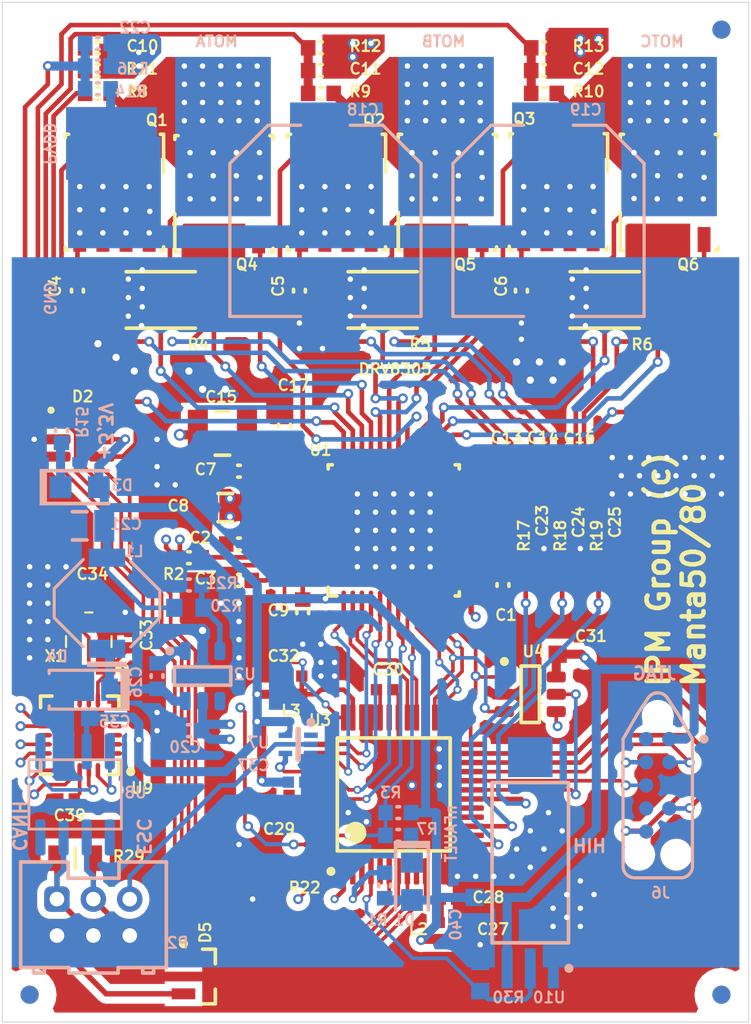
<source format=kicad_pcb>
(kicad_pcb (version 20221018) (generator pcbnew)
  (layers (0 "F.Cu" signal "Top Layer") (1 "In1.Cu" signal "Signal Layer 1") (2 "In2.Cu" signal "Signal Layer 2") (31 "B.Cu" signal "Bottom Layer") (34 "B.Paste" user "Bottom Paste") (35 "F.Paste" user "Top Paste") (36 "B.SilkS" user "Bottom Overlay") (37 "F.SilkS" user "Top Overlay") (38 "B.Mask" user "Bottom Solder") (39 "F.Mask" user "Top Solder") (44 "Edge.Cuts" user))
  (net 0 "")
  (net 1 "EMU1")
  (net 2 "EMU0")
  (net 3 "NetC17_2")
  (net 4 "HIH")
  (net 5 "TRSTN")
  (net 6 "TMS")
  (net 7 "TDO")
  (net 8 "TDI")
  (net 9 "TCK")
  (net 10 "SCS2")
  (net 11 "SCK")
  (net 12 "NRESET")
  (net 13 "ESC")
  (net 14 "CANH")
  (net 15 "CANL")
  (net 16 "NetC34_2")
  (net 17 "NetC33_2")
  (net 18 "NetC32_2")
  (net 19 "NetC30_2")
  (net 20 "NetC29_2")
  (net 21 "NetC28_2")
  (net 22 "NCAN_INT")
  (net 23 "NCAN_CS")
  (net 24 "MOSI")
  (net 25 "MISO")
  (net 26 "I_C")
  (net 27 "I_B")
  (net 28 "I_A")
  (net 29 "ECAP1")
  (net 30 "CAN_TX")
  (net 31 "CAN_RX")
  (net 32 "3.3V")
  (net 33 "AVDD")
  (net 34 "DVDD")
  (net 35 "EN_GATE")
  (net 36 "GH_A")
  (net 37 "GH_B")
  (net 38 "GH_C")
  (net 39 "GL_A")
  (net 40 "GL_B")
  (net 41 "GL_C")
  (net 42 "GND")
  (net 43 "INH_A")
  (net 44 "INH_B")
  (net 45 "INH_C")
  (net 46 "INL_A")
  (net 47 "INL_B")
  (net 48 "INL_C")
  (net 49 "ISEN_A")
  (net 50 "ISEN_B")
  (net 51 "ISEN_C")
  (net 52 "MOT_A")
  (net 53 "MOT_B")
  (net 54 "MOT_C")
  (net 55 "NetC2_1")
  (net 56 "NetC2_2")
  (net 57 "NetC7_1")
  (net 58 "NetC7_2")
  (net 59 "NetC15_2")
  (net 60 "NetD1_2")
  (net 61 "NetD3_2")
  (net 62 "NetNT4_2")
  (net 63 "NetNT5_2")
  (net 64 "NetNT6_2")
  (net 65 "NetR2_1")
  (net 66 "NFAULT")
  (net 67 "PVDD")
  (net 68 "PWRGD")
  (net 69 "SCS")
  (net 70 "SH_A")
  (net 71 "SH_B")
  (net 72 "SH_C")
  (net 73 "SL_A")
  (net 74 "SL_B")
  (net 75 "SL_C")
  (net 76 "S1_N")
  (net 77 "S2_N")
  (net 78 "S3_N")
  (net 79 "S1_P")
  (net 80 "S2_P")
  (net 81 "S3_P")
  (net 82 "VSEN_A")
  (net 83 "VSEN_B")
  (net 84 "VSEN_C")
  (net 85 "VSEN_PVDD")
  (net 86 "WAKE")
  (net 87 "NetC26_1")
  (net 88 "NetC26_2")
  (net 89 "NetR20_1")
  (footprint "Resistor_0603.IntLib:0603L" (layer "F.Cu") (at 138.2511 107.5036 180)
    (fp_text reference "R2")
    (fp_text value "CRCW0603100RJNEA" hide)
  )
  (footprint "D:_Users_Public_Documents_Altium_AD15_Library_CernLib_PcbLib_Capacitors SMD.PcbLib_CAPC1005X55N" (layer "F.Cu") (at 153.2511 128.0036 -90)
    (fp_text reference "C27")
    (fp_text value "2.2uF" hide)
  )
  (footprint "D:_Users_Public_Documents_Altium_AD15_Library_CernLib_PcbLib_Capacitors SMD.PcbLib_CAPC1005X55N" (layer "F.Cu") (at 143.7511 121.00652 90)
    (fp_text reference "C29")
    (fp_text value "2.2uF" hide)
  )
  (footprint "Capacitors.DbLib/Capacitors SMD:CAPC1005X55N" (layer "F.Cu") (at 132.7511 109.5036 180)
    (fp_text reference "C34")
    (fp_text value "22pF" hide)
  )
  (footprint "Capacitors.DbLib/Capacitors SMD:CAPC1005X55N" (layer "F.Cu") (at 161.7511 108.5036 -90)
    (fp_text reference "C25")
    (fp_text value "2.2nF" hide)
  )
  (footprint "MiscParts.IntLib:NET-TIE_10MIL" (layer "F.Cu") (at 164.0061 95.7616 90)
    (fp_text reference "NT6" hide)
    (fp_text value "Net-Tie" hide)
  )
  (footprint "TI_Pre_RTM.IntLib:PHP0048G_L" (layer "F.Cu") (at 149.5011 106.0036 90)
    (fp_text reference "U1")
    (fp_text value "DRV8305NPHPQ1" hide)
  )
  (footprint "Resistor_0603.IntLib:0603L" (layer "F.Cu") (at 157.7511 82.0036)
    (fp_text reference "R10")
    (fp_text value "RC0603FR-0762KL" hide)
  )
  (footprint "Other_Passive.IntLib:TSOP-6" (layer "F.Cu") (at 132.2511 101.0036)
    (fp_text reference "D2")
    (fp_text value "NUP4201MR6T1G" hide)
  )
  (footprint "My_PCB.PcbLib:TRANS_NEXFET_Q5B" (layer "F.Cu") (at 146.3531 87.6336 -90)
    (fp_text reference "Q2")
    (fp_text value "CSD18540Q5B" hide)
  )
  (footprint "Resistor_0603.IntLib:0603L" (layer "F.Cu") (at 133.2511 82.0036)
    (fp_text reference "R8")
    (fp_text value "RC0603FR-0762KL" hide)
  )
  (footprint "D:_Users_Public_Documents_Altium_AD15_Library_CernLib_PcbLib_Capacitors SMD.PcbLib_CAPC1005X55N" (layer "F.Cu") (at 144.0011 114.0036)
    (fp_text reference "C32")
    (fp_text value "2.2uF" hide)
  )
  (footprint "My_PCB.PcbLib:TRANS_NEXFET_Q5B" (layer "F.Cu") (at 164.6411 87.2526 90)
    (fp_text reference "Q6")
    (fp_text value "CSD18540Q5B" hide)
  )
  (footprint "Capacitor_Ceramic.IntLib:0603L" (layer "F.Cu") (at 156.5131 92.8406 -90)
    (fp_text reference "C6")
    (fp_text value "UMK107AB7105KA-T" hide)
  )
  (footprint "My_PCB.PcbLib:TRANS_NEXFET_Q5B" (layer "F.Cu") (at 140.1761 87.3286 90)
    (fp_text reference "Q4")
    (fp_text value "CSD18540Q5B" hide)
  )
  (footprint "Resistor_0603.IntLib:0603L" (layer "F.Cu") (at 145.5011 82.0036)
    (fp_text reference "R9")
    (fp_text value "RC0603FR-0762KL" hide)
  )
  (footprint "Capacitor_Ceramic.IntLib:0603L" (layer "F.Cu") (at 143.5011 100.2536 -90)
    (fp_text reference "C17")
    (fp_text value "UMK107AB7105KA-T" hide)
  )
  (footprint "MiscParts.IntLib:NET-TIE_10MIL" (layer "F.Cu") (at 162.4821 95.6346)
    (fp_text reference "NT9" hide)
    (fp_text value "Net-Tie" hide)
  )
  (footprint "D:_Users_Public_Documents_Altium_AD15_Library_CernLib_PcbLib_Inductors SMD.PcbLib_INDC1005X55N" (layer "F.Cu") (at 152.0011 128.0036 -90)
    (fp_text reference "L2")
    (fp_text value "220R@100MHz" hide)
  )
  (footprint "Resistors.DbLib/Resistors SMD:RESC1005X40N" (layer "F.Cu") (at 156.7511 108.5036 90)
    (fp_text reference "R17")
    (fp_text value "56" hide)
  )
  (footprint "My_PCB.PcbLib:FIDUCIAL10-20" (layer "F.Cu") (at 167.5011 131.5036 90)
    (fp_text reference "FID4" hide)
    (fp_text value "Fiducial" hide)
  )
  (footprint "Resistor_0603.IntLib:0603L" (layer "F.Cu") (at 133.2511 80.7536 180)
    (fp_text reference "R11")
    (fp_text value "RC0603FR-074K99L" hide)
  )
  (footprint "Capacitor_Ceramic.IntLib:0603L" (layer "F.Cu") (at 145.5011 80.7536)
    (fp_text reference "C11")
    (fp_text value "C0603C104J4RACTU" hide)
  )
  (footprint "D:_Users_Public_Documents_Altium_AD15_Library_CernLib_PcbLib_Resistors SMD.PcbLib_RESC2012X60N" (layer "F.Cu") (at 132.0011 124.0036)
    (fp_text reference "R29")
    (fp_text value "120" hide)
  )
  (footprint "D:_Users_Public_Documents_Altium_AD15_Library_CernLib_PcbLib_Capacitors SMD.PcbLib_CAPC1608X87N" (layer "F.Cu") (at 158.5011 112.0036 -90)
    (fp_text reference "C31")
    (fp_text value "100nF" hide)
  )
  (footprint "Capacitors.DbLib/Capacitors SMD:CAPC1005X55N" (layer "F.Cu") (at 131.5011 120.7536)
    (fp_text reference "C39")
    (fp_text value "100nF" hide)
  )
  (footprint "My_PCB.PcbLib:TSQFP50P900X900X160-48N" (layer "F.Cu") (at 149.5011 120.5036 90)
    (fp_text reference "U3")
    (fp_text value "TMS320F28027F" hide)
  )
  (footprint "My_PCB.PcbLib:TRANS_NEXFET_Q5B" (layer "F.Cu") (at 152.4491 87.2526 90)
    (fp_text reference "Q5")
    (fp_text value "CSD18540Q5B" hide)
  )
  (footprint "Capacitor_Ceramic.IntLib:0603L" (layer "F.Cu") (at 157.7511 80.7536)
    (fp_text reference "C12")
    (fp_text value "C0603C104J4RACTU" hide)
  )
  (footprint "My_PCB.PcbLib:CRYSTAL-3.2-2.5" (layer "F.Cu") (at 132.7511 112.11241 90)
    (fp_text reference "X1")
    (fp_text value "16.000MHZ" hide)
  )
  (footprint "Capacitors.DbLib/Capacitors SMD:CAPC1005X55N" (layer "F.Cu") (at 159.7511 108.5036 -90)
    (fp_text reference "C24")
    (fp_text value "2.2nF" hide)
  )
  (footprint "MiscParts.IntLib:NET-TIE_10MIL" (layer "F.Cu") (at 138.0981 95.6346)
    (fp_text reference "NT7" hide)
    (fp_text value "Net-Tie" hide)
  )
  (footprint "Capacitor_Ceramic.IntLib:0603L" (layer "F.Cu") (at 133.2511 79.5036)
    (fp_text reference "C10")
    (fp_text value "C0603C104J4RACTU" hide)
  )
  (footprint "My_PCB.PcbLib:FIDUCIAL10-20" (layer "F.Cu") (at 129.5011 131.5036 90)
    (fp_text reference "FID5" hide)
    (fp_text value "Fiducial" hide)
  )
  (footprint "My_PCB.PcbLib:SOT95P270X145-6N" (layer "F.Cu") (at 157.0011 115.0036)
    (fp_text reference "U4")
    (fp_text value "25AA020" hide)
  )
  (footprint "Resistors.DbLib/Resistors SMD:RESC1005X40N" (layer "F.Cu") (at 158.7511 108.5036 90)
    (fp_text reference "R18")
    (fp_text value "56" hide)
  )
  (footprint "Capacitor_Ceramic.IntLib:0603L" (layer "F.Cu") (at 141.0011 108.7536)
    (fp_text reference "C3")
    (fp_text value "UMK107AB7105KA-T" hide)
  )
  (footprint "Capacitor_Ceramic.IntLib:0603L" (layer "F.Cu") (at 144.5011 110.5036 90)
    (fp_text reference "C9")
    (fp_text value "UMK107AB7105KA-T" hide)
  )
  (footprint "MiscParts.IntLib:NET-TIE_10MIL" (layer "F.Cu") (at 136.7011 95.7616 90)
    (fp_text reference "NT1" hide)
    (fp_text value "Net-Tie" hide)
  )
  (footprint "Resistor_0603.IntLib:0603L" (layer "F.Cu") (at 157.7511 79.5036 180)
    (fp_text reference "R13")
    (fp_text value "RC0603FR-074K99L" hide)
  )
  (footprint "Resistors.DbLib/Resistors SMD:RESC1005X40N" (layer "F.Cu") (at 160.7511 108.5036 90)
    (fp_text reference "R19")
    (fp_text value "56" hide)
  )
  (footprint "MiscParts.IntLib:NET-TIE_10MIL" (layer "F.Cu") (at 135.3041 95.6346 180)
    (fp_text reference "NT10" hide)
    (fp_text value "Net-Tie" hide)
  )
  (footprint "My_PCB.PcbLib:QFN50P400X400X100_HS-21N" (layer "F.Cu") (at 132.2511 117.2536 180)
    (fp_text reference "U9")
    (fp_text value "MCP2515-X/ML" hide)
  )
  (footprint "MiscParts.IntLib:NET-TIE_10MIL" (layer "F.Cu") (at 147.4961 95.6346 180)
    (fp_text reference "NT11" hide)
    (fp_text value "Net-Tie" hide)
  )
  (footprint "Resistor_2512.IntLib:2512L" (layer "F.Cu") (at 136.7011 93.3486)
    (fp_text reference "R4")
    (fp_text value "CRE2512-FZ-R007E-3" hide)
  )
  (footprint "Capacitors.DbLib/Capacitors SMD:CAPC1005X55N" (layer "F.Cu") (at 135.0011 112.0036 -90)
    (fp_text reference "C33")
    (fp_text value "22pF" hide)
  )
  (footprint "Capacitors.DbLib/Capacitors SMD:CAPC1005X55N" (layer "F.Cu") (at 157.7511 108.5036 -90)
    (fp_text reference "C23")
    (fp_text value "2.2nF" hide)
  )
  (footprint "My_PCB.PcbLib:TRANS_NEXFET_Q5B" (layer "F.Cu") (at 134.1611 87.6336 -90)
    (fp_text reference "Q1")
    (fp_text value "CSD18540Q5B" hide)
  )
  (footprint "MiscParts.IntLib:NET-TIE_10MIL" (layer "F.Cu") (at 151.7511 95.2536 90)
    (fp_text reference "NT5" hide)
    (fp_text value "Net-Tie" hide)
  )
  (footprint "My_PCB.PcbLib:NET-TIE_10MIL" (layer "F.Cu") (at 153.7511 109.7536 90)
    (fp_text reference "NT13" hide)
    (fp_text value "Net-Tie" hide)
  )
  (footprint "Capacitor_Ceramic.IntLib:1206L" (layer "F.Cu") (at 140.2511 104.7536)
    (fp_text reference "C8")
    (fp_text value "GRM31CR71H475KA12L" hide)
  )
  (footprint "Resistor_2512.IntLib:2512L" (layer "F.Cu") (at 148.8931 93.3486)
    (fp_text reference "R5")
    (fp_text value "CRE2512-FZ-R007E-3" hide)
  )
  (footprint "MiscParts.IntLib:NET-TIE_10MIL" (layer "F.Cu") (at 161.0851 95.7616 90)
    (fp_text reference "NT3" hide)
    (fp_text value "Net-Tie" hide)
  )
  (footprint "Capacitors.DbLib/Capacitors SMD:CAPC1005X55N" (layer "F.Cu") (at 159.5011 102.0036)
    (fp_text reference "C16")
    (fp_text value "1nF" hide)
  )
  (footprint "MiscParts.IntLib:NET-TIE_10MIL" (layer "F.Cu") (at 159.6881 95.6346 180)
    (fp_text reference "NT12" hide)
    (fp_text value "Net-Tie" hide)
  )
  (footprint "MiscParts.IntLib:NET-TIE_10MIL" (layer "F.Cu") (at 139.6221 95.7616 90)
    (fp_text reference "NT4" hide)
    (fp_text value "Net-Tie" hide)
  )
  (footprint "D:_Users_Public_Documents_Altium_AD15_Library_CernLib_PcbLib_Resistors SMD.PcbLib_RESC1005X40N" (layer "F.Cu") (at 144.5011 124.7536)
    (fp_text reference "R22")
    (fp_text value "2k2" hide)
  )
  (footprint "Capacitors.DbLib/Capacitors SMD:CAPC1005X55N" (layer "F.Cu") (at 155.5011 102.0036)
    (fp_text reference "C13")
    (fp_text value "1nF" hide)
  )
  (footprint "Capacitor_Ceramic.IntLib:0603L" (layer "F.Cu") (at 132.1291 92.8406 -90)
    (fp_text reference "C4")
    (fp_text value "UMK107AB7105KA-T" hide)
  )
  (footprint "Resistor_2512.IntLib:2512L" (layer "F.Cu") (at 161.0851 93.3486)
    (fp_text reference "R6")
    (fp_text value "CRE2512-FZ-R007E-3" hide)
  )
  (footprint "My_PCB.PcbLib:FIDUCIAL10-20" (layer "F.Cu") (at 167.5011 78.5036 90)
    (fp_text reference "FID6" hide)
    (fp_text value "Fiducial" hide)
  )
  (footprint "Capacitors.DbLib/Capacitors SMD:CAPC1005X55N" (layer "F.Cu") (at 157.5011 102.0036)
    (fp_text reference "C14")
    (fp_text value "1nF" hide)
  )
  (footprint "D:_Users_Public_Documents_Altium_AD15_Library_CernLib_PcbLib_Inductors SMD.PcbLib_INDC1005X55N" (layer "F.Cu") (at 144.0011 115.0036 180)
    (fp_text reference "L3")
    (fp_text value "60R@100MHz" hide)
  )
  (footprint "Capacitor_Ceramic.IntLib:0603L" (layer "F.Cu") (at 141.0011 102.7536 180)
    (fp_text reference "C7")
    (fp_text value "C0603C473K1RACTU" hide)
  )
  (footprint "My_PCB.PcbLib:TRANS_NEXFET_Q5B" (layer "F.Cu") (at 158.5451 87.6036 -90)
    (fp_text reference "Q3")
    (fp_text value "CSD18540Q5B" hide)
  )
  (footprint "Capacitor_Ceramic.IntLib:0603L" (layer "F.Cu") (at 141.0011 106.7536 180)
    (fp_text reference "C2")
    (fp_text value "C0603C473K1RACTU" hide)
  )
  (footprint "My_PCB.PcbLib:SOT23_N" (layer "F.Cu") (at 139.0011 130.5036)
    (fp_text reference "D5")
    (fp_text value "SM712" hide)
  )
  (footprint "Capacitor_Ceramic.IntLib:1210L" (layer "F.Cu") (at 140.08996 100.67446)
    (fp_text reference "C15")
    (fp_text value "GRM32ER72A225KA35L" hide)
  )
  (footprint "D:_Users_Public_Documents_Altium_AD15_Library_CernLib_PcbLib_Capacitors SMD.PcbLib_CAPC1005X55N" (layer "F.Cu") (at 149.0011 114.7536 180)
    (fp_text reference "C30")
    (fp_text value "2.2uF" hide)
  )
  (footprint "MiscParts.IntLib:NET-TIE_10MIL" (layer "F.Cu") (at 148.8931 95.5036 90)
    (fp_text reference "NT2" hide)
    (fp_text value "Net-Tie" hide)
  )
  (footprint "Capacitor_Ceramic.IntLib:0603L" (layer "F.Cu") (at 144.3211 92.8406 -90)
    (fp_text reference "C5")
    (fp_text value "UMK107AB7105KA-T" hide)
  )
  (footprint "Resistor_0603.IntLib:0603L" (layer "F.Cu") (at 145.5011 79.5036 180)
    (fp_text reference "R12")
    (fp_text value "RC0603FR-074K99L" hide)
  )
  (footprint "MiscParts.IntLib:NET-TIE_10MIL" (layer "F.Cu") (at 150.2901 95.6346)
    (fp_text reference "NT8" hide)
    (fp_text value "Net-Tie" hide)
  )
  (footprint "D:_Users_Public_Documents_Altium_AD15_Library_CernLib_PcbLib_Capacitors SMD.PcbLib_CAPC1005X55N" (layer "F.Cu") (at 152.5011 126.2536 180)
    (fp_text reference "C28")
    (fp_text value "2.2uF" hide)
  )
  (footprint "Capacitor_Ceramic.IntLib:0603L" (layer "F.Cu") (at 155.5011 109.0036 90)
    (fp_text reference "C1")
    (fp_text value "UMK107AB7105KA-T" hide)
  )
  (footprint "My_PCB.PcbLib:TAG_TC2050-NL" (layer "B.Cu") (at 164.0011 120.0036 180)
    (fp_text reference "J6")
    (fp_text value "TC2050-IDC-NL-FP" hide)
  )
  (footprint "My_PCB.PcbLib:SOTFL50P160X60-5N" (layer "B.Cu") (at 144.2511 117.7536 180)
    (fp_text reference "U7")
    (fp_text value "SN74LVC1G34DRLR" hide)
  )
  (footprint "Diode.IntLib:SOD-123FL" (layer "B.Cu") (at 132.2511 114.7536 180)
    (fp_text reference "D4")
    (fp_text value "MBR1H100SFT3G" hide)
  )
  (footprint "My_PCB.PcbLib:J_PIN_4X5" (layer "B.Cu") (at 164.5011 82.0036 -90)
    (fp_text reference "J3" hide)
    (fp_text value "2 way net tie junction" hide)
  )
  (footprint "My_PCB.PcbLib:SHR6_V" (layer "B.Cu") (at 131.0011 126.2536 180)
    (fp_text reference "P2")
    (fp_text value "CAN" hide)
  )
  (footprint "My_PCB.PcbLib:J_PIN_4X5" (layer "B.Cu") (at 133.2511 93.5036)
    (fp_text reference "J5" hide)
    (fp_text value "2 way net tie junction" hide)
  )
  (footprint "D:_Users_Public_Documents_Altium_AD15_Library_CernLib_PcbLib_Capacitors SMD.PcbLib_CAPC1005X55N" (layer "B.Cu") (at 144.16117 119.8286 180)
    (fp_text reference "C37")
    (fp_text value "100nF" hide)
  )
  (footprint "My_PCB.PcbLib:FIDUCIAL10-20" (layer "B.Cu") (at 167.5011 131.5036 90)
    (fp_text reference "FID1" hide)
    (fp_text value "Fiducial" hide)
  )
  (footprint "Capacitor_Ceramic.IntLib:0603L" (layer "B.Cu") (at 133.2511 79.2536)
    (fp_text reference "C22")
    (fp_text value "C0603C104J4RACTU" hide)
  )
  (footprint "My_PCB.PcbLib:SOT95P280X110-6N" (layer "B.Cu") (at 139.0011 114.0036 -90)
    (fp_text reference "U2")
    (fp_text value "LMR16006XDDC" hide)
  )
  (footprint "My_PCB.PcbLib:FIDUCIAL10-20" (layer "B.Cu") (at 129.5011 131.5036 90)
    (fp_text reference "FID2" hide)
    (fp_text value "Fiducial" hide)
  )
  (footprint "Resistor_0603.IntLib:0603L" (layer "B.Cu") (at 149.0011 125.5036 -90)
    (fp_text reference "R1")
    (fp_text value "CRCW060310K0JNEA" hide)
  )
  (footprint "Capacitor_Aluminum.IntLib:SM_RADIAL_G" (layer "B.Cu") (at 158.0011 89.0036 -90)
    (fp_text reference "C19")
    (fp_text value "EEE-FT1H331AP" hide)
  )
  (footprint "D:_Users_Public_Documents_Altium_AD15_Library_CernLib_PcbLib_Capacitors SMD.PcbLib_CAPC1608X87N" (layer "B.Cu") (at 132.0011 116.2536)
    (fp_text reference "C35")
    (fp_text value "100nF" hide)
  )
  (footprint "Resistors.DbLib/Resistors SMD:RESC1608X55N" (layer "B.Cu") (at 138.2511 110.2536 180)
    (fp_text reference "R20")
    (fp_text value "68k" hide)
  )
  (footprint "Resistor_0603.IntLib:0603L" (layer "B.Cu") (at 133.2511 81.7536)
    (fp_text reference "R14")
    (fp_text value "RC0603FR-0762KL" hide)
  )
  (footprint "LED.IntLib:LED_LTST-C170" (layer "B.Cu") (at 150.5011 125.2536 90)
    (fp_text reference "D1")
    (fp_text value "LTST-C170KRKT" hide)
  )
  (footprint "My_PCB.PcbLib:SOIC8-N_MC" (layer "B.Cu") (at 132.0011 120.5036 -90)
    (fp_text reference "U8")
    (fp_text value "SN65HVD232" hide)
  )
  (footprint "D:_Users_Andrew_Documents_Altium_CernLib_PcbLib_Resistors SMD.PcbLib_RESC1608X55N" (layer "B.Cu") (at 154.2511 130.5036 -90)
    (fp_text reference "R30")
    (fp_text value "68k" hide)
  )
  (footprint "D:_Users_Andrew_Documents_Altium_CernLib_PcbLib_Capacitors SMD.PcbLib_CAPC1608X87N" (layer "B.Cu") (at 153.9421 126.9626 90)
    (fp_text reference "C40")
    (fp_text value "100nF" hide)
  )
  (footprint "Resistor_0603.IntLib:0603L" (layer "B.Cu") (at 149.7511 122.7536)
    (fp_text reference "R7")
    (fp_text value "CRCW0603330RJNEA" hide)
  )
  (footprint "My_PCB.PcbLib:SOT127P1291X295-4N" (layer "B.Cu") (at 157.0011 124.2536 90)
    (fp_text reference "U10")
    (fp_text value "HIH-5031" hide)
  )
  (footprint "LED.IntLib:LED_LTST-C171" (layer "B.Cu") (at 132.2511 103.6286 180)
    (fp_text reference "D3")
    (fp_text value "LTST-C171GKT" hide)
  )
  (footprint "My_PCB.PcbLib:J_PIN_4X5" (layer "B.Cu") (at 152.2511 82.0036 -90)
    (fp_text reference "J2" hide)
    (fp_text value "2 way net tie junction" hide)
  )
  (footprint "Resistor_0603.IntLib:0603L" (layer "B.Cu") (at 133.2511 80.5036 180)
    (fp_text reference "R16")
    (fp_text value "RC0603FR-074K99L" hide)
  )
  (footprint "Capacitor_Aluminum.IntLib:SM_RADIAL_G" (layer "B.Cu") (at 145.7511 89.0036 -90)
    (fp_text reference "C18")
    (fp_text value "EEE-FT1H331AP" hide)
  )
  (footprint "Inductor_Other.IntLib:SD53" (layer "B.Cu") (at 133.7511 110.0036 90)
    (fp_text reference "L1")
    (fp_text value "SD53-150-R" hide)
  )
  (footprint "My_PCB.PcbLib:FIDUCIAL10-20" (layer "B.Cu") (at 167.5011 78.5036 90)
    (fp_text reference "FID3" hide)
    (fp_text value "Fiducial" hide)
  )
  (footprint "My_PCB.PcbLib:J_PIN_4X5" (layer "B.Cu") (at 140.0011 82.0036 -90)
    (fp_text reference "J1" hide)
    (fp_text value "2 way net tie junction" hide)
  )
  (footprint "Resistor_0603.IntLib:0603L" (layer "B.Cu") (at 138.2511 109.0036)
    (fp_text reference "R21")
    (fp_text value "CRCW060320K0FKEA" hide)
  )
  (footprint "Capacitor_Ceramic.IntLib:0603L" (layer "B.Cu") (at 136.5011 114.0036 90)
    (fp_text reference "C26")
    (fp_text value "GRM188R71C334KA01D" hide)
  )
  (footprint "Capacitor_Ceramic.IntLib:0603L" (layer "B.Cu") (at 138.2511 117.0036 180)
    (fp_text reference "C20")
    (fp_text value "UMK107AB7105KA-T" hide)
  )
  (footprint "Resistor_0603.IntLib:0603L" (layer "B.Cu") (at 131.2511 100.5036 -90)
    (fp_text reference "R15")
    (fp_text value "CRCW0603330RJNEA" hide)
  )
  (footprint "My_PCB.PcbLib:J_PIN_4X5" (layer "B.Cu") (at 134.0011 84.7536 90)
    (fp_text reference "J4" hide)
    (fp_text value "2 way net tie junction" hide)
  )
  (footprint "Resistor_0603.IntLib:0603L" (layer "B.Cu") (at 149.7511 121.5036)
    (fp_text reference "R3")
    (fp_text value "CRCW060310K0JNEA" hide)
  )
  (footprint "Capacitor_Ceramic.IntLib:1206L" (layer "B.Cu") (at 132.2511 105.7536 180)
    (fp_text reference "C21")
    (fp_text value "GRM31CR71A226KE15L" hide)
  )
  (gr_line (start 169.0011 77.0036) (end 128.0011 77.0036) (stroke (width 0.05)) (layer "Edge.Cuts"))
  (gr_line (start 128.0011 133.0036) (end 169.0011 133.0036) (stroke (width 0.05)) (layer "Edge.Cuts"))
  (gr_line (start 128.0011 77.0036) (end 128.0011 133.0036) (stroke (width 0.05)) (layer "Edge.Cuts"))
  (gr_line (start 169.0011 133.0036) (end 169.0011 77.0036) (stroke (width 0.05)) (layer "Edge.Cuts"))
  (gr_text "+3,3V" (at 133.2511 102.2536 270) (layer "B.SilkS") (effects (font (size 0.7 0.7)) (justify left bottom mirror)))
  (gr_text "JTAG" (at 165.10962 114.27196 360) (layer "B.SilkS") (effects (font (size 0.7 0.7)) (justify left bottom mirror)))
  (gr_text "CANH" (at 128.51905 123.7167 270) (layer "B.SilkS") (effects (font (size 0.7 0.7)) (justify left bottom mirror)))
  (gr_text "MOTA" (at 141.0011 79.5036 360) (layer "B.SilkS") (effects (font (size 0.6 0.6) (thickness 0.12)) (justify left bottom mirror)))
  (gr_text "ESC" (at 135.35234 123.91987 270) (layer "B.SilkS") (effects (font (size 0.7 0.7)) (justify left bottom mirror)))
  (gr_text "GND" (at 130.2511 94.2536 270) (layer "B.SilkS") (effects (font (size 0.6 0.6) (thickness 0.12)) (justify left bottom mirror)))
  (gr_text "HIH" (at 161.2511 123.7536 360) (layer "B.SilkS") (effects (font (size 0.7 0.7)) (justify left bottom mirror)))
  (gr_text "MOTC" (at 165.5011 79.5036 360) (layer "B.SilkS") (effects (font (size 0.6 0.6) (thickness 0.12)) (justify left bottom mirror)))
  (gr_text "MOTB" (at 153.5011 79.5036 360) (layer "B.SilkS") (effects (font (size 0.6 0.6) (thickness 0.12)) (justify left bottom mirror)))
  (gr_text "nFAULT" (at 153.0011 121.0036 90) (layer "B.SilkS") (effects (font (size 0.6 0.6) (thickness 0.12)) (justify left bottom mirror)))
  (gr_text "PVDD" (at 130.2511 86.0036 270) (layer "B.SilkS") (effects (font (size 0.6 0.6) (thickness 0.12)) (justify left bottom mirror)))
  (gr_text "DRV8305" (at 147.5011 97.5036) (layer "F.SilkS") (effects (font (size 0.6 0.6) (thickness 0.12)) (justify left bottom)))
  (gr_text "IPM Group (c)\nManta50/80" (at 166.6743 114.7172 90) (layer "F.SilkS") (effects (font (size 1.2 1.2) (thickness 0.25) bold) (justify left bottom)))
  (segment (start 143.5011 102.28498) (end 144.46972 103.2536) (width 0.254) (layer "F.Cu") (net 3))
  (segment (start 143.5011 102.28498) (end 144.46972 103.2536) (width 0.254) (layer "F.Cu") (net 3))
  (segment (start 143.5011 102.28498) (end 143.5011 100.9536) (width 0.254) (layer "F.Cu") (net 3))
  (segment (start 144.46972 103.2536) (end 145.4511 103.2536) (width 0.254) (layer "F.Cu") (net 3))
  (segment (start 144.46972 103.2536) (end 145.4511 103.2536) (width 0.254) (layer "F.Cu") (net 3))
  (segment (start 143.5011 102.28498) (end 143.5011 100.9536) (width 0.254) (layer "F.Cu") (net 3))
  (segment (start 148.2511 126.0036) (end 148.2511 124.7286) (width 0.2) (layer "F.Cu") (net 4))
  (segment (start 148.0011 126.2536) (end 148.2511 126.0036) (width 0.2) (layer "F.Cu") (net 4))
  (via (at 148.0011 126.2536) (size 0.45) (drill 0.25) (layers "F.Cu" "B.Cu") (net 4))
  (segment (start 154.2511 131.3036) (end 154.7011 131.7536) (width 0.254) (layer "B.Cu") (net 4))
  (segment (start 157.0011 131.5036) (end 157.0011 130.0536) (width 0.254) (layer "B.Cu") (net 4))
  (segment (start 154.7011 131.7536) (end 156.7511 131.7536) (width 0.254) (layer "B.Cu") (net 4))
  (segment (start 156.7511 131.7536) (end 157.0011 131.5036) (width 0.254) (layer "B.Cu") (net 4))
  (segment (start 148.0011 126.95717) (end 148.0011 126.2536) (width 0.2) (layer "B.Cu") (net 4))
  (segment (start 154.2011 131.3036) (end 154.2511 131.3036) (width 0.2) (layer "B.Cu") (net 4))
  (segment (start 152.4011 129.5036) (end 154.2011 131.3036) (width 0.2) (layer "B.Cu") (net 4))
  (segment (start 148.0011 126.95717) (end 150.54753 129.5036) (width 0.2) (layer "B.Cu") (net 4))
  (segment (start 150.54753 129.5036) (end 152.4011 129.5036) (width 0.2) (layer "B.Cu") (net 4))
  (segment (start 144.9711 125.5336) (end 144.9711 124.7536) (width 0.2) (layer "F.Cu") (net 5))
  (segment (start 147.2511 124.7286) (end 147.2511 123.68867) (width 0.2) (layer "F.Cu") (net 5))
  (segment (start 145.2511 124.7536) (end 146.39103 123.61367) (width 0.2) (layer "F.Cu") (net 5))
  (segment (start 147.1761 123.61367) (end 147.2511 123.68867) (width 0.2) (layer "F.Cu") (net 5))
  (segment (start 146.39103 123.61367) (end 147.1761 123.61367) (width 0.2) (layer "F.Cu") (net 5))
  (segment (start 144.2511 126.2536) (end 144.9711 125.5336) (width 0.2) (layer "F.Cu") (net 5))
  (segment (start 144.9711 124.7536) (end 145.2511 124.7536) (width 0.2) (layer "F.Cu") (net 5))
  (via (at 144.2511 126.2536) (size 0.55) (drill 0.3) (layers "F.Cu" "B.Cu") (net 5))
  (via (at 162.2511 118.7536) (size 0.55) (drill 0.3) (layers "F.Cu" "B.Cu") (net 5))
  (segment (start 162.2511 118.7536) (end 162.2711 118.7336) (width 0.254) (layer "B.Cu") (net 5))
  (segment (start 162.2711 118.7336) (end 163.3661 118.7336) (width 0.254) (layer "B.Cu") (net 5))
  (segment (start 160.0011 119.2536) (end 161.5011 117.7536) (width 0.2) (layer "F.Cu") (net 6))
  (segment (start 164.7511 117.7536) (end 165.7511 118.7536) (width 0.2) (layer "F.Cu") (net 6))
  (segment (start 153.7261 119.2536) (end 160.0011 119.2536) (width 0.2) (layer "F.Cu") (net 6))
  (segment (start 161.5011 117.7536) (end 164.7511 117.7536) (width 0.2) (layer "F.Cu") (net 6))
  (via (at 165.7511 118.7536) (size 0.55) (drill 0.3) (layers "F.Cu" "B.Cu") (net 6))
  (segment (start 164.6361 118.7336) (end 165.7311 118.7336) (width 0.2) (layer "B.Cu") (net 6))
  (segment (start 165.7311 118.7336) (end 165.7511 118.7536) (width 0.2) (layer "B.Cu") (net 6))
  (segment (start 161.2511 117.2536) (end 165.7511 117.2536) (width 0.254) (layer "F.Cu") (net 7))
  (segment (start 163.2511 122.5036) (end 165.5011 120.2536) (width 0.254) (layer "F.Cu") (net 7))
  (segment (start 165.7511 117.2536) (end 166.7511 118.2536) (width 0.254) (layer "F.Cu") (net 7))
  (segment (start 166.7511 119.5036) (end 166.7511 118.2536) (width 0.254) (layer "F.Cu") (net 7))
  (segment (start 153.7261 118.7536) (end 159.7511 118.7536) (width 0.254) (layer "F.Cu") (net 7))
  (segment (start 162.2511 122.5036) (end 163.2511 122.5036) (width 0.254) (layer "F.Cu") (net 7))
  (segment (start 165.5011 120.2536) (end 166.0011 120.2536) (width 0.254) (layer "F.Cu") (net 7))
  (segment (start 159.7511 118.7536) (end 161.2511 117.2536) (width 0.254) (layer "F.Cu") (net 7))
  (segment (start 166.0011 120.2536) (end 166.7511 119.5036) (width 0.254) (layer "F.Cu") (net 7))
  (via (at 162.2511 122.5036) (size 0.55) (drill 0.3) (layers "F.Cu" "B.Cu") (net 7))
  (segment (start 162.2911 122.5436) (end 163.3661 122.5436) (width 0.254) (layer "B.Cu") (net 7))
  (segment (start 162.2511 122.5036) (end 162.2911 122.5436) (width 0.254) (layer "B.Cu") (net 7))
  (segment (start 162.0011 119.7536) (end 162.2511 120.0036) (width 0.2) (layer "F.Cu") (net 8))
  (segment (start 153.7261 119.7536) (end 162.0011 119.7536) (width 0.2) (layer "F.Cu") (net 8))
  (via (at 162.2511 120.0036) (size 0.55) (drill 0.3) (layers "F.Cu" "B.Cu") (net 8))
  (segment (start 162.2511 120.0036) (end 163.3661 120.0036) (width 0.2) (layer "B.Cu") (net 8))
  (segment (start 167.2511 119.7536) (end 167.2511 117.2536) (width 0.254) (layer "F.Cu") (net 9))
  (segment (start 162.7511 115.0036) (end 165.0011 115.0036) (width 0.254) (layer "F.Cu") (net 9))
  (segment (start 165.0011 115.0036) (end 167.2511 117.2536) (width 0.254) (layer "F.Cu") (net 9))
  (segment (start 153.7261 118.2536) (end 159.5011 118.2536) (width 0.254) (layer "F.Cu") (net 9))
  (segment (start 159.5011 118.2536) (end 162.7511 115.0036) (width 0.254) (layer "F.Cu") (net 9))
  (segment (start 165.7511 121.2536) (end 167.2511 119.7536) (width 0.254) (layer "F.Cu") (net 9))
  (via (at 165.7511 121.2536) (size 0.55) (drill 0.3) (layers "F.Cu" "B.Cu") (net 9))
  (segment (start 164.6361 121.2736) (end 165.7311 121.2736) (width 0.254) (layer "B.Cu") (net 9))
  (segment (start 165.7311 121.2736) (end 165.7511 121.2536) (width 0.254) (layer "B.Cu") (net 9))
  (segment (start 158.4261 115.0036) (end 159.5011 115.0036) (width 0.2) (layer "F.Cu") (net 10))
  (segment (start 159.2511 120.2536) (end 159.5011 120.5036) (width 0.2) (layer "F.Cu") (net 10))
  (segment (start 153.7261 120.2536) (end 159.2511 120.2536) (width 0.2) (layer "F.Cu") (net 10))
  (via (at 159.5011 120.5036) (size 0.55) (drill 0.3) (layers "F.Cu" "B.Cu") (net 10))
  (via (at 159.5011 115.0036) (size 0.55) (drill 0.3) (layers "F.Cu" "B.Cu") (net 10))
  (segment (start 159.5011 120.5036) (end 159.5011 115.0036) (width 0.2) (layer "B.Cu") (net 10))
  (segment (start 153.7261 117.7536) (end 153.7261 115.2786) (width 0.2) (layer "F.Cu") (net 11))
  (segment (start 154.0511 114.0536) (end 155.5761 114.0536) (width 0.2) (layer "F.Cu") (net 11))
  (segment (start 152.2511 110.7536) (end 154.0011 112.5036) (width 0.2) (layer "F.Cu") (net 11))
  (segment (start 129.0011 116.7536) (end 129.0011 116.7536) (width 0.2) (layer "F.Cu") (net 11))
  (segment (start 154.0011 114.0036) (end 154.0511 114.0536) (width 0.2) (layer "F.Cu") (net 11))
  (segment (start 152.2511 110.7536) (end 152.2511 110.0536) (width 0.2) (layer "F.Cu") (net 11))
  (segment (start 153.7261 115.2786) (end 154.0011 115.0036) (width 0.2) (layer "F.Cu") (net 11))
  (segment (start 154.0011 115.0036) (end 154.0011 114.0036) (width 0.2) (layer "F.Cu") (net 11))
  (segment (start 154.0011 114.0036) (end 154.0011 112.5036) (width 0.2) (layer "F.Cu") (net 11))
  (segment (start 129.0011 116.7536) (end 130.3261 116.7536) (width 0.2) (layer "F.Cu") (net 11))
  (via (at 129.0011 116.7536) (size 0.55) (drill 0.3) (layers "F.Cu" "B.Cu") (net 11))
  (via (at 154.0011 114.0036) (size 0.55) (drill 0.3) (layers "F.Cu" "B.Cu") (net 11))
  (segment (start 153.7511 110.5036) (end 153.7511 110.0076) (width 0.3) (layer "F.Cu") (net 12))
  (segment (start 147.7511 125.72183) (end 147.7511 124.7286) (width 0.2) (layer "F.Cu") (net 12))
  (segment (start 147.2511 126.22183) (end 147.7511 125.72183) (width 0.2) (layer "F.Cu") (net 12))
  (segment (start 131.44853 119.96951) (end 131.7511 119.66694) (width 0.2) (layer "F.Cu") (net 12))
  (segment (start 130.28518 119.96951) (end 131.44853 119.96951) (width 0.2) (layer "F.Cu") (net 12))
  (segment (start 153.7511 110.5036) (end 154.0011 110.7536) (width 0.3) (layer "F.Cu") (net 12))
  (segment (start 147.2511 126.2536) (end 147.2511 126.22183) (width 0.2) (layer "F.Cu") (net 12))
  (segment (start 131.7511 119.66694) (end 131.7511 119.1786) (width 0.2) (layer "F.Cu") (net 12))
  (segment (start 129.7511 120.5036) (end 130.28518 119.96951) (width 0.2) (layer "F.Cu") (net 12))
  (via (at 129.7511 120.5036) (size 0.55) (drill 0.3) (layers "F.Cu" "B.Cu") (net 12))
  (via (at 154.0011 110.7536) (size 0.55) (drill 0.3) (layers "F.Cu" "B.Cu") (net 12))
  (via (at 147.2511 126.2536) (size 0.45) (drill 0.25) (layers "F.Cu" "B.Cu") (net 12))
  (segment (start 147.2511 126.2536) (end 147.3389 126.1658) (width 0.3) (layer "B.Cu") (net 12))
  (segment (start 147.3389 125.6658) (end 148.2011 124.8036) (width 0.3) (layer "B.Cu") (net 12))
  (segment (start 148.2011 124.8036) (end 149.0011 124.8036) (width 0.3) (layer "B.Cu") (net 12))
  (segment (start 147.3389 126.1658) (end 147.3389 125.6658) (width 0.3) (layer "B.Cu") (net 12))
  (segment (start 135.0011 125.0036) (end 140.0011 120.0036) (width 0.254) (layer "B.Cu") (net 13))
  (segment (start 140.0011 120.0036) (end 140.7511 120.0036) (width 0.254) (layer "B.Cu") (net 13))
  (segment (start 140.7511 120.0036) (end 143.0011 117.7536) (width 0.254) (layer "B.Cu") (net 13))
  (segment (start 135.0011 126.2536) (end 135.0011 125.0036) (width 0.254) (layer "B.Cu") (net 13))
  (segment (start 143.0011 117.7536) (end 144.9511 117.7536) (width 0.254) (layer "B.Cu") (net 13))
  (segment (start 132.0011 129.7536) (end 133.7011 131.4536) (width 0.3) (layer "F.Cu") (net 14))
  (segment (start 132.0011 129.7536) (end 132.0011 127.2536) (width 0.3) (layer "F.Cu") (net 14))
  (segment (start 133.7011 131.4536) (end 137.9511 131.4536) (width 0.3) (layer "F.Cu") (net 14))
  (segment (start 131.0011 126.2536) (end 132.0011 127.2536) (width 0.3) (layer "F.Cu") (net 14))
  (segment (start 131.0011 126.2536) (end 131.0011 124.0036) (width 0.3) (layer "F.Cu") (net 14))
  (segment (start 131.0011 125.0036) (end 131.3661 124.6386) (width 0.3) (layer "B.Cu") (net 14))
  (segment (start 131.3661 124.6386) (end 131.3661 122.8658) (width 0.3) (layer "B.Cu") (net 14))
  (segment (start 131.0011 126.2536) (end 131.0011 125.0036) (width 0.3) (layer "B.Cu") (net 14))
  (segment (start 134.0011 129.0036) (end 134.0011 127.2536) (width 0.3) (layer "F.Cu") (net 15))
  (segment (start 134.0011 129.0036) (end 134.5511 129.5536) (width 0.3) (layer "F.Cu") (net 15))
  (segment (start 134.5511 129.5536) (end 137.9511 129.5536) (width 0.3) (layer "F.Cu") (net 15))
  (segment (start 133.0011 126.2536) (end 133.0011 124.0036) (width 0.3) (layer "F.Cu") (net 15))
  (segment (start 133.0011 126.2536) (end 134.0011 127.2536) (width 0.3) (layer "F.Cu") (net 15))
  (segment (start 132.6361 124.6386) (end 132.6361 122.8658) (width 0.3) (layer "B.Cu") (net 15))
  (segment (start 132.6361 124.6386) (end 133.0011 125.0036) (width 0.3) (layer "B.Cu") (net 15))
  (segment (start 133.0011 126.2536) (end 133.0011 125.0036) (width 0.3) (layer "B.Cu") (net 15))
  (segment (start 132.7511 115.3286) (end 132.7511 111.88381) (width 0.2) (layer "F.Cu") (net 16))
  (segment (start 131.8113 109.9934) (end 132.3011 109.5036) (width 0.2) (layer "F.Cu") (net 16))
  (segment (start 131.8113 110.94401) (end 132.7511 111.88381) (width 0.2) (layer "F.Cu") (net 16))
  (segment (start 131.8113 110.94401) (end 131.8113 109.9934) (width 0.2) (layer "F.Cu") (net 16))
  (segment (start 133.2511 114.35564) (end 133.6761 113.93064) (width 0.2) (layer "F.Cu") (net 17))
  (segment (start 133.6761 113.26241) (end 134.19229 113.26241) (width 0.2) (layer "F.Cu") (net 17))
  (segment (start 134.19229 113.26241) (end 135.0011 112.4536) (width 0.2) (layer "F.Cu") (net 17))
  (segment (start 133.2511 115.3286) (end 133.2511 114.35564) (width 0.2) (layer "F.Cu") (net 17))
  (segment (start 133.6761 113.93064) (end 133.6761 113.26241) (width 0.2) (layer "F.Cu") (net 17))
  (segment (start 146.7511 114.7536) (end 147.2511 115.2536) (width 0.254) (layer "F.Cu") (net 18))
  (segment (start 145.2511 115.0036) (end 145.5011 114.7536) (width 0.254) (layer "F.Cu") (net 18))
  (segment (start 144.4511 114.9936) (end 144.4511 114.0036) (width 0.254) (layer "F.Cu") (net 18))
  (segment (start 144.4511 114.9936) (end 144.4611 115.0036) (width 0.254) (layer "F.Cu") (net 18))
  (segment (start 147.2511 116.2786) (end 147.2511 115.2536) (width 0.254) (layer "F.Cu") (net 18))
  (segment (start 145.5011 114.7536) (end 146.7511 114.7536) (width 0.254) (layer "F.Cu") (net 18))
  (segment (start 144.4611 115.0036) (end 145.2511 115.0036) (width 0.254) (layer "F.Cu") (net 18))
  (segment (start 148.7511 116.2786) (end 148.7511 114.9536) (width 0.2) (layer "F.Cu") (net 19))
  (segment (start 148.5511 114.7536) (end 148.7511 114.9536) (width 0.2) (layer "F.Cu") (net 19))
  (segment (start 143.8011 120.7536) (end 145.2761 120.7536) (width 0.2) (layer "F.Cu") (net 20))
  (segment (start 152.0011 127.5436) (end 152.0011 126.3036) (width 0.5) (layer "F.Cu") (net 21))
  (segment (start 151.7511 125.9536) (end 151.7511 124.7286) (width 0.2) (layer "F.Cu") (net 21))
  (segment (start 151.7511 125.9536) (end 152.0511 126.2536) (width 0.2) (layer "F.Cu") (net 21))
  (segment (start 152.0011 126.3036) (end 152.0511 126.2536) (width 0.5) (layer "F.Cu") (net 21))
  (segment (start 141.3261 122.0786) (end 141.3261 115.9786) (width 0.2) (layer "F.Cu") (net 22))
  (segment (start 129.5011 116.2536) (end 130.3261 116.2536) (width 0.2) (layer "F.Cu") (net 22))
  (segment (start 129.0011 115.7536) (end 129.5011 116.2536) (width 0.2) (layer "F.Cu") (net 22))
  (segment (start 144.0052 123.2536) (end 145.2761 123.2536) (width 0.2) (layer "F.Cu") (net 22))
  (segment (start 141.0761 115.7286) (end 141.3261 115.9786) (width 0.2) (layer "F.Cu") (net 22))
  (segment (start 141.3261 122.0786) (end 141.5011 122.2536) (width 0.2) (layer "F.Cu") (net 22))
  (via (at 144.0052 123.2536) (size 0.55) (drill 0.3) (layers "F.Cu" "B.Cu") (net 22))
  (via (at 141.0761 115.7286) (size 0.55) (drill 0.3) (layers "F.Cu" "B.Cu") (net 22))
  (via (at 129.0011 115.7536) (size 0.55) (drill 0.3) (layers "F.Cu" "B.Cu") (net 22))
  (via (at 141.5011 122.2536) (size 0.55) (drill 0.3) (layers "F.Cu" "B.Cu") (net 22))
  (segment (start 141.5311 122.2836) (end 142.4711 123.2236) (width 0.2) (layer "B.Cu") (net 22))
  (segment (start 143.2811 123.2536) (end 144.0052 123.2536) (width 0.2) (layer "B.Cu") (net 22))
  (segment (start 141.5011 122.2536) (end 141.5311 122.2836) (width 0.2) (layer "B.Cu") (net 22))
  (segment (start 143.2511 123.2236) (end 143.2811 123.2536) (width 0.2) (layer "B.Cu") (net 22))
  (segment (start 142.5011 123.2536) (end 143.2811 123.2536) (width 0.2) (layer "B.Cu") (net 22))
  (segment (start 142.4711 123.2236) (end 142.5011 123.2536) (width 0.2) (layer "B.Cu") (net 22))
  (segment (start 142.4711 123.2236) (end 143.2511 123.2236) (width 0.2) (layer "B.Cu") (net 22))
  (segment (start 146.7511 125.7536) (end 146.7511 124.7286) (width 0.254) (layer "F.Cu") (net 23))
  (segment (start 129.5011 119.7536) (end 130.0761 119.1786) (width 0.2) (layer "F.Cu") (net 23))
  (segment (start 130.0761 119.1786) (end 131.2511 119.1786) (width 0.2) (layer "F.Cu") (net 23))
  (segment (start 146.2511 126.2536) (end 146.7511 125.7536) (width 0.254) (layer "F.Cu") (net 23))
  (via (at 129.5011 119.7536) (size 0.55) (drill 0.3) (layers "F.Cu" "B.Cu") (net 23))
  (via (at 146.2511 126.2536) (size 0.45) (drill 0.25) (layers "F.Cu" "B.Cu") (net 23))
  (segment (start 152.7511 113.71931) (end 152.7511 113.0036) (width 0.2) (layer "F.Cu") (net 24))
  (segment (start 151.2511 116.2786) (end 151.2511 115.21931) (width 0.2) (layer "F.Cu") (net 24))
  (segment (start 154.7011 115.9536) (end 155.5761 115.9536) (width 0.2) (layer "F.Cu") (net 24))
  (segment (start 151.2511 110.0536) (end 151.2511 110.0536) (width 0.254) (layer "F.Cu") (net 24))
  (segment (start 151.2511 111.2536) (end 152.7511 112.7536) (width 0.2) (layer "F.Cu") (net 24))
  (segment (start 152.7511 113.0036) (end 152.7511 112.7536) (width 0.2) (layer "F.Cu") (net 24))
  (segment (start 151.2511 111.2536) (end 151.2511 110.0536) (width 0.2) (layer "F.Cu") (net 24))
  (segment (start 151.2511 115.21931) (end 152.7511 113.71931) (width 0.2) (layer "F.Cu") (net 24))
  (segment (start 154.5011 115.7536) (end 154.7011 115.9536) (width 0.2) (layer "F.Cu") (net 24))
  (segment (start 129.0011 117.7536) (end 130.3261 117.7536) (width 0.2) (layer "F.Cu") (net 24))
  (via (at 152.7511 113.0036) (size 0.45) (drill 0.25) (layers "F.Cu" "B.Cu") (net 24))
  (via (at 129.0011 117.7536) (size 0.55) (drill 0.3) (layers "F.Cu" "B.Cu") (net 24))
  (via (at 154.5011 115.7536) (size 0.55) (drill 0.3) (layers "F.Cu" "B.Cu") (net 24))
  (segment (start 152.7511 113.0036) (end 154.0011 113.0036) (width 0.2) (layer "B.Cu") (net 24))
  (segment (start 154.5011 115.7536) (end 154.5539 115.7008) (width 0.2) (layer "B.Cu") (net 24))
  (segment (start 154.5539 115.7008) (end 154.5539 113.5564) (width 0.2) (layer "B.Cu") (net 24))
  (segment (start 154.0011 113.0036) (end 154.5539 113.5564) (width 0.2) (layer "B.Cu") (net 24))
  (segment (start 158.4261 116.6786) (end 158.5011 116.7536) (width 0.2) (layer "F.Cu") (net 25))
  (segment (start 129.5011 118.2536) (end 130.3261 118.2536) (width 0.2) (layer "F.Cu") (net 25))
  (segment (start 151.7539 116.2758) (end 151.7539 115.2508) (width 0.2) (layer "F.Cu") (net 25))
  (segment (start 151.7511 111.0036) (end 153.0011 112.2536) (width 0.2) (layer "F.Cu") (net 25))
  (segment (start 158.4261 116.6786) (end 158.4261 115.9536) (width 0.2) (layer "F.Cu") (net 25))
  (segment (start 151.7539 115.2508) (end 153.2539 113.7508) (width 0.2) (layer "F.Cu") (net 25))
  (segment (start 151.7511 116.2786) (end 151.7539 116.2758) (width 0.2) (layer "F.Cu") (net 25))
  (segment (start 129.0011 118.7536) (end 129.5011 118.2536) (width 0.2) (layer "F.Cu") (net 25))
  (segment (start 153.0011 112.2536) (end 153.2539 112.5064) (width 0.2) (layer "F.Cu") (net 25))
  (segment (start 153.2539 113.7508) (end 153.2539 112.5064) (width 0.2) (layer "F.Cu") (net 25))
  (segment (start 151.7511 111.0036) (end 151.7511 110.0536) (width 0.2) (layer "F.Cu") (net 25))
  (via (at 153.0011 112.2536) (size 0.45) (drill 0.25) (layers "F.Cu" "B.Cu") (net 25))
  (via (at 158.5011 116.7536) (size 0.55) (drill 0.3) (layers "F.Cu" "B.Cu") (net 25))
  (via (at 129.0011 118.7536) (size 0.55) (drill 0.3) (layers "F.Cu" "B.Cu") (net 25))
  (segment (start 156.5011 120.7536) (end 156.7511 121.0036) (width 0.254) (layer "F.Cu") (net 26))
  (segment (start 153.7261 120.7536) (end 156.5011 120.7536) (width 0.254) (layer "F.Cu") (net 26))
  (segment (start 160.7511 110.0036) (end 160.7511 108.9736) (width 0.254) (layer "F.Cu") (net 26))
  (segment (start 160.7511 108.9736) (end 160.7711 108.9536) (width 0.254) (layer "F.Cu") (net 26))
  (segment (start 160.7711 108.9536) (end 161.7511 108.9536) (width 0.254) (layer "F.Cu") (net 26))
  (via (at 160.7511 110.0036) (size 0.55) (drill 0.3) (layers "F.Cu" "B.Cu") (net 26))
  (via (at 156.7511 121.0036) (size 0.55) (drill 0.3) (layers "F.Cu" "B.Cu") (net 26))
  (segment (start 160.7511 110.5036) (end 160.7511 110.0036) (width 0.254) (layer "B.Cu") (net 26))
  (segment (start 157.7511 113.5036) (end 160.7511 110.5036) (width 0.254) (layer "B.Cu") (net 26))
  (segment (start 157.7511 114.7536) (end 157.7511 113.5036) (width 0.254) (layer "B.Cu") (net 26))
  (segment (start 155.2511 120.5036) (end 155.2511 117.2536) (width 0.254) (layer "B.Cu") (net 26))
  (segment (start 155.2511 120.5036) (end 155.7511 121.0036) (width 0.254) (layer "B.Cu") (net 26))
  (segment (start 155.7511 121.0036) (end 156.7511 121.0036) (width 0.254) (layer "B.Cu") (net 26))
  (segment (start 155.2511 117.2536) (end 157.7511 114.7536) (width 0.254) (layer "B.Cu") (net 26))
  (segment (start 153.7261 122.2536) (end 156.0011 122.2536) (width 0.254) (layer "F.Cu") (net 27))
  (segment (start 158.7511 108.9736) (end 158.7711 108.9536) (width 0.254) (layer "F.Cu") (net 27))
  (segment (start 158.7511 110.0036) (end 158.7511 108.9736) (width 0.254) (layer "F.Cu") (net 27))
  (segment (start 158.7711 108.9536) (end 159.7511 108.9536) (width 0.254) (layer "F.Cu") (net 27))
  (via (at 158.7511 110.0036) (size 0.55) (drill 0.3) (layers "F.Cu" "B.Cu") (net 27))
  (via (at 156.0011 122.2536) (size 0.55) (drill 0.3) (layers "F.Cu" "B.Cu") (net 27))
  (segment (start 154.5011 120.7536) (end 154.5011 117.36426) (width 0.254) (layer "B.Cu") (net 27))
  (segment (start 157.1829 114.68246) (end 157.1829 112.4468) (width 0.254) (layer "B.Cu") (net 27))
  (segment (start 157.1829 112.4468) (end 158.7511 110.8786) (width 0.254) (layer "B.Cu") (net 27))
  (segment (start 158.7511 110.8786) (end 158.7511 110.0036) (width 0.254) (layer "B.Cu") (net 27))
  (segment (start 154.5011 120.7536) (end 156.0011 122.2536) (width 0.254) (layer "B.Cu") (net 27))
  (segment (start 154.5011 117.36426) (end 157.1829 114.68246) (width 0.254) (layer "B.Cu") (net 27))
  (segment (start 156.7511 108.9736) (end 156.7711 108.9536) (width 0.254) (layer "F.Cu") (net 28))
  (segment (start 156.7511 110.0036) (end 156.7511 108.9736) (width 0.254) (layer "F.Cu") (net 28))
  (segment (start 153.7261 123.2536) (end 155.2511 123.2536) (width 0.254) (layer "F.Cu") (net 28))
  (segment (start 156.7711 108.9536) (end 157.7511 108.9536) (width 0.254) (layer "F.Cu") (net 28))
  (via (at 156.7511 110.0036) (size 0.55) (drill 0.3) (layers "F.Cu" "B.Cu") (net 28))
  (via (at 155.2511 123.2536) (size 0.55) (drill 0.3) (layers "F.Cu" "B.Cu") (net 28))
  (segment (start 153.7511 121.7536) (end 153.7511 117.5036) (width 0.254) (layer "B.Cu") (net 28))
  (segment (start 156.7511 114.5036) (end 156.7511 110.0036) (width 0.254) (layer "B.Cu") (net 28))
  (segment (start 153.7511 121.7536) (end 155.2511 123.2536) (width 0.254) (layer "B.Cu") (net 28))
  (segment (start 153.7511 117.5036) (end 156.7511 114.5036) (width 0.254) (layer "B.Cu") (net 28))
  (segment (start 143.2511 119.0036) (end 143.5011 119.2536) (width 0.2) (layer "F.Cu") (net 29))
  (segment (start 143.5011 119.2536) (end 145.2761 119.2536) (width 0.2) (layer "F.Cu") (net 29))
  (via (at 143.2511 119.0036) (size 0.55) (drill 0.3) (layers "F.Cu" "B.Cu") (net 29))
  (segment (start 143.2511 119.0036) (end 143.5511 118.7036) (width 0.3) (layer "B.Cu") (net 29))
  (segment (start 143.5511 118.7036) (end 143.5511 118.2536) (width 0.3) (layer "B.Cu") (net 29))
  (segment (start 132.7511 120.0036) (end 133.0011 120.2536) (width 0.2) (layer "F.Cu") (net 30))
  (segment (start 132.7511 120.0036) (end 132.7511 119.1786) (width 0.2) (layer "F.Cu") (net 30))
  (via (at 133.0011 120.2536) (size 0.55) (drill 0.3) (layers "F.Cu" "B.Cu") (net 30))
  (segment (start 130.7511 120.2536) (end 133.0011 120.2536) (width 0.2) (layer "B.Cu") (net 30))
  (segment (start 130.0961 119.5986) (end 130.7511 120.2536) (width 0.2) (layer "B.Cu") (net 30))
  (segment (start 130.0961 119.5986) (end 130.0961 118.1414) (width 0.2) (layer "B.Cu") (net 30))
  (segment (start 133.2511 119.5036) (end 133.2511 119.1786) (width 0.2) (layer "F.Cu") (net 31))
  (segment (start 133.2511 119.5036) (end 134.0011 120.2536) (width 0.2) (layer "F.Cu") (net 31))
  (segment (start 134.0011 120.2536) (end 134.0011 120.2536) (width 0.2) (layer "F.Cu") (net 31))
  (via (at 134.0011 120.2536) (size 0.55) (drill 0.3) (layers "F.Cu" "B.Cu") (net 31))
  (segment (start 133.9061 120.1586) (end 134.0011 120.2536) (width 0.2) (layer "B.Cu") (net 31))
  (segment (start 133.9061 120.1586) (end 133.9061 118.1414) (width 0.2) (layer "B.Cu") (net 31))
  (segment (start 152.0011 128.4636) (end 152.0111 128.4536) (width 0.3) (layer "F.Cu") (net 32))
  (segment (start 151.0411 128.4636) (end 152.0011 128.4636) (width 0.5) (layer "F.Cu") (net 32))
  (segment (start 144.5011 109.0036) (end 144.7511 108.7536) (width 0.254) (layer "F.Cu") (net 32))
  (segment (start 132.2511 120.4536) (end 132.2511 119.1786) (width 0.2) (layer "F.Cu") (net 32))
  (segment (start 131.9511 120.7536) (end 132.2511 120.4536) (width 0.2) (layer "F.Cu") (net 32))
  (segment (start 133.4511 101.0036) (end 134.7511 101.0036) (width 0.254) (layer "F.Cu") (net 32))
  (segment (start 135.4983 117.5008) (end 135.5011 117.5036) (width 0.5) (layer "F.Cu") (net 32))
  (segment (start 142.2511 119.7536) (end 142.2511 116.7536) (width 0.5) (layer "F.Cu") (net 32))
  (segment (start 142.0011 116.5036) (end 142.2511 116.7536) (width 0.5) (layer "F.Cu") (net 32))
  (segment (start 158.5011 112.8036) (end 159.8011 112.8036) (width 0.5) (layer "F.Cu") (net 32))
  (segment (start 151.0011 128.5036) (end 151.0411 128.4636) (width 0.5) (layer "F.Cu") (net 32))
  (segment (start 158.4261 114.0536) (end 158.4261 112.8786) (width 0.5) (layer "F.Cu") (net 32))
  (segment (start 144.5011 109.8036) (end 144.5011 109.0036) (width 0.254) (layer "F.Cu") (net 32))
  (segment (start 144.7511 108.7536) (end 145.4511 108.7536) (width 0.254) (layer "F.Cu") (net 32))
  (segment (start 144.5011 109.8036) (end 144.5511 109.7536) (width 0.5) (layer "F.Cu") (net 32))
  (segment (start 158.4261 112.8786) (end 158.5011 112.8036) (width 0.5) (layer "F.Cu") (net 32))
  (segment (start 159.8011 112.8036) (end 160.0011 113.0036) (width 0.5) (layer "F.Cu") (net 32))
  (segment (start 131.9511 120.7536) (end 132.4511 121.2536) (width 0.5) (layer "F.Cu") (net 32))
  (segment (start 144.5511 109.7536) (end 145.7511 109.7536) (width 0.5) (layer "F.Cu") (net 32))
  (segment (start 142.0011 115.0036) (end 143.5411 115.0036) (width 0.5) (layer "F.Cu") (net 32))
  (segment (start 135.0011 121.2536) (end 135.5011 120.7536) (width 0.5) (layer "F.Cu") (net 32))
  (segment (start 135.5011 120.7536) (end 135.5011 117.5036) (width 0.5) (layer "F.Cu") (net 32))
  (segment (start 132.4511 121.2536) (end 135.0011 121.2536) (width 0.5) (layer "F.Cu") (net 32))
  (segment (start 152.0111 128.4536) (end 153.2511 128.4536) (width 0.3) (layer "F.Cu") (net 32))
  (via (at 151.0011 128.5036) (size 0.55) (drill 0.3) (layers "F.Cu" "B.Cu") (net 32))
  (via (at 145.7511 109.7536) (size 0.55) (drill 0.3) (layers "F.Cu" "B.Cu") (net 32))
  (via (at 160.0011 113.0036) (size 0.55) (drill 0.3) (layers "F.Cu" "B.Cu") (net 32))
  (via (at 134.7511 101.0036) (size 0.55) (drill 0.3) (layers "F.Cu" "B.Cu") (net 32))
  (via (at 142.0011 116.5036) (size 0.55) (drill 0.3) (layers "F.Cu" "B.Cu") (net 32))
  (via (at 142.2511 119.7536) (size 0.55) (drill 0.3) (layers "F.Cu" "B.Cu") (net 32))
  (via (at 135.4983 117.5008) (size 0.55) (drill 0.3) (layers "F.Cu" "B.Cu") (net 32))
  (via (at 142.0011 115.0036) (size 0.55) (drill 0.3) (layers "F.Cu" "B.Cu") (net 32))
  (segment (start 143.8011 117.0036) (end 143.8011 116.5036) (width 0.3) (layer "B.Cu") (net 32))
  (segment (start 133.7511 108.2536) (end 135.7511 110.2536) (width 0.254) (layer "B.Cu") (net 32))
  (segment (start 160.6261 122.3786) (end 160.6261 113.6286) (width 0.5) (layer "B.Cu") (net 32))
  (segment (start 151.0011 128.5036) (end 151.8483 127.6564) (width 0.5) (layer "B.Cu") (net 32))
  (segment (start 132.6361 118.1414) (end 132.6361 116.4186) (width 0.3) (layer "B.Cu") (net 32))
  (segment (start 151.8483 126.2536) (end 151.9393 126.1626) (width 0.5) (layer "B.Cu") (net 32))
  (segment (start 132.8011 116.2536) (end 135.16095 116.2536) (width 0.5) (layer "B.Cu") (net 32))
  (segment (start 142.0011 116.5036) (end 143.8011 116.5036) (width 0.5) (layer "B.Cu") (net 32))
  (segment (start 150.5011 126.3036) (end 151.7983 126.3036) (width 0.5) (layer "B.Cu") (net 32))
  (segment (start 133.6011 106.0036) (end 133.7511 106.1536) (width 0.5) (layer "B.Cu") (net 32))
  (segment (start 142.0011 109.7536) (end 145.7511 109.7536) (width 0.5) (layer "B.Cu") (net 32))
  (segment (start 133.3011 102.4536) (end 134.7511 101.0036) (width 0.5) (layer "B.Cu") (net 32))
  (segment (start 160.0011 113.0036) (end 160.6261 113.6286) (width 0.5) (layer "B.Cu") (net 32))
  (segment (start 165.3761 113.6286) (end 166.0011 114.2536) (width 0.5) (layer "B.Cu") (net 32))
  (segment (start 142.0011 109.7536) (end 142.0011 109.0036) (width 0.5) (layer "B.Cu") (net 32))
  (segment (start 164.6361 117.4636) (end 165.5411 117.4636) (width 0.5) (layer "B.Cu") (net 32))
  (segment (start 155.6401 126.1626) (end 156.8421 126.1626) (width 0.5) (layer "B.Cu") (net 32))
  (segment (start 156.8421 126.1626) (end 160.6261 122.3786) (width 0.5) (layer "B.Cu") (net 32))
  (segment (start 143.5511 117.2536) (end 143.8011 117.0036) (width 0.3) (layer "B.Cu") (net 32))
  (segment (start 133.6011 106.0036) (end 133.6011 105.7536) (width 0.5) (layer "B.Cu") (net 32))
  (segment (start 140.2511 119.2536) (end 142.0011 117.5036) (width 0.5) (layer "B.Cu") (net 32))
  (segment (start 135.7511 110.2536) (end 137.5511 110.2536) (width 0.254) (layer "B.Cu") (net 32))
  (segment (start 137.7511 104.7536) (end 142.0011 109.0036) (width 0.5) (layer "B.Cu") (net 32))
  (segment (start 145.7511 109.7536) (end 148.2511 109.7536) (width 0.5) (layer "B.Cu") (net 32))
  (segment (start 133.7511 107.5036) (end 133.7511 106.1536) (width 0.5) (layer "B.Cu") (net 32))
  (segment (start 133.6011 104.7536) (end 137.7511 104.7536) (width 0.5) (layer "B.Cu") (net 32))
  (segment (start 151.9393 126.1626) (end 153.9421 126.1626) (width 0.5) (layer "B.Cu") (net 32))
  (segment (start 133.3011 103.6286) (end 133.6011 103.6286) (width 0.5) (layer "B.Cu") (net 32))
  (segment (start 148.2511 109.7536) (end 151.2511 112.7536) (width 0.5) (layer "B.Cu") (net 32))
  (segment (start 160.6261 113.6286) (end 165.3761 113.6286) (width 0.5) (layer "B.Cu") (net 32))
  (segment (start 153.9421 126.1626) (end 155.6401 126.1626) (width 0.5) (layer "B.Cu") (net 32))
  (segment (start 136.0011 119.2536) (end 140.2511 119.2536) (width 0.5) (layer "B.Cu") (net 32))
  (segment (start 142.2511 119.7536) (end 142.3261 119.8286) (width 0.5) (layer "B.Cu") (net 32))
  (segment (start 133.7511 108.2536) (end 133.7511 107.5036) (width 0.254) (layer "B.Cu") (net 32))
  (segment (start 151.8483 126.2536) (end 151.8483 121.5036) (width 0.5) (layer "B.Cu") (net 32))
  (segment (start 135.4983 117.5008) (end 135.4983 116.59095) (width 0.5) (layer "B.Cu") (net 32))
  (segment (start 165.5411 117.4636) (end 166.0011 117.0036) (width 0.5) (layer "B.Cu") (net 32))
  (segment (start 142.3261 119.8286) (end 143.71117 119.8286) (width 0.5) (layer "B.Cu") (net 32))
  (segment (start 151.7983 126.3036) (end 151.8483 126.2536) (width 0.5) (layer "B.Cu") (net 32))
  (segment (start 166.0011 117.0036) (end 166.0011 114.2536) (width 0.5) (layer "B.Cu") (net 32))
  (segment (start 142.0011 115.0036) (end 142.0011 109.7536) (width 0.5) (layer "B.Cu") (net 32))
  (segment (start 151.8483 127.6564) (end 151.8483 126.2536) (width 0.5) (layer "B.Cu") (net 32))
  (segment (start 150.4511 121.5036) (end 151.2511 121.5036) (width 0.5) (layer "B.Cu") (net 32))
  (segment (start 133.6011 104.7536) (end 133.6011 103.6286) (width 0.5) (layer "B.Cu") (net 32))
  (segment (start 142.0011 117.5036) (end 142.0011 116.5036) (width 0.5) (layer "B.Cu") (net 32))
  (segment (start 135.4983 118.7508) (end 135.4983 117.5008) (width 0.5) (layer "B.Cu") (net 32))
  (segment (start 151.2511 121.5036) (end 151.8483 121.5036) (width 0.5) (layer "B.Cu") (net 32))
  (segment (start 135.4983 118.7508) (end 136.0011 119.2536) (width 0.5) (layer "B.Cu") (net 32))
  (segment (start 142.0011 116.5036) (end 142.0011 115.0036) (width 0.5) (layer "B.Cu") (net 32))
  (segment (start 149.0011 126.2036) (end 149.1011 126.3036) (width 0.5) (layer "B.Cu") (net 32))
  (segment (start 133.6011 105.7536) (end 133.6011 104.7536) (width 0.5) (layer "B.Cu") (net 32))
  (segment (start 135.16095 116.2536) (end 135.4983 116.59095) (width 0.5) (layer "B.Cu") (net 32))
  (segment (start 155.7311 130.0536) (end 155.7311 126.2536) (width 0.5) (layer "B.Cu") (net 32))
  (segment (start 155.6401 126.1626) (end 155.7311 126.2536) (width 0.5) (layer "B.Cu") (net 32))
  (segment (start 133.3011 103.6286) (end 133.3011 102.4536) (width 0.5) (layer "B.Cu") (net 32))
  (segment (start 151.2511 121.5036) (end 151.2511 112.7536) (width 0.5) (layer "B.Cu") (net 32))
  (segment (start 132.6361 116.4186) (end 132.8011 116.2536) (width 0.3) (layer "B.Cu") (net 32))
  (segment (start 149.1011 126.3036) (end 150.5011 126.3036) (width 0.5) (layer "B.Cu") (net 32))
  (segment (start 154.9511 107.7536) (end 155.5011 108.3036) (width 0.254) (layer "F.Cu") (net 33))
  (segment (start 153.5511 107.7536) (end 154.9511 107.7536) (width 0.254) (layer "F.Cu") (net 33))
  (segment (start 142.5011 108.7536) (end 143.5011 107.7536) (width 0.254) (layer "F.Cu") (net 34))
  (segment (start 141.7011 108.7536) (end 142.5011 108.7536) (width 0.254) (layer "F.Cu") (net 34))
  (segment (start 143.5011 107.7536) (end 145.4511 107.7536) (width 0.254) (layer "F.Cu") (net 34))
  (segment (start 145.2761 118.7536) (end 146.5011 118.7536) (width 0.2) (layer "F.Cu") (net 35))
  (segment (start 146.7511 111.0036) (end 146.7511 110.0536) (width 0.2) (layer "F.Cu") (net 35))
  (segment (start 146.2511 111.7536) (end 146.2511 111.5036) (width 0.2) (layer "F.Cu") (net 35))
  (segment (start 146.5011 118.7536) (end 147.0011 119.2536) (width 0.2) (layer "F.Cu") (net 35))
  (segment (start 146.2511 111.5036) (end 146.7511 111.0036) (width 0.2) (layer "F.Cu") (net 35))
  (via (at 146.2511 111.7536) (size 0.45) (drill 0.25) (layers "F.Cu" "B.Cu") (net 35))
  (via (at 147.0011 119.2536) (size 0.45) (drill 0.25) (layers "F.Cu" "B.Cu") (net 35))
  (segment (start 147.0011 119.2536) (end 147.0011 112.5036) (width 0.2) (layer "B.Cu") (net 35))
  (segment (start 146.2511 111.7536) (end 147.0011 112.5036) (width 0.2) (layer "B.Cu") (net 35))
  (segment (start 131.2511 86.2256) (end 132.2561 85.2206) (width 0.254) (layer "F.Cu") (net 36))
  (segment (start 145.2511 100.07356) (end 145.2511 100.0036) (width 0.254) (layer "F.Cu") (net 36))
  (segment (start 132.2561 85.2206) (end 132.2561 84.8573) (width 0.254) (layer "F.Cu") (net 36))
  (segment (start 145.2511 100.07356) (end 146.21041 100.07356) (width 0.254) (layer "F.Cu") (net 36))
  (segment (start 146.7511 101.9536) (end 146.7511 100.61426) (width 0.254) (layer "F.Cu") (net 36))
  (segment (start 134.6841 98.9366) (end 135.9391 98.9366) (width 0.254) (layer "F.Cu") (net 36))
  (segment (start 131.2511 95.5036) (end 134.6841 98.9366) (width 0.254) (layer "F.Cu") (net 36))
  (segment (start 131.2511 95.5036) (end 131.2511 86.2256) (width 0.254) (layer "F.Cu") (net 36))
  (segment (start 146.21041 100.07356) (end 146.7511 100.61426) (width 0.254) (layer "F.Cu") (net 36))
  (via (at 135.9391 98.9366) (size 0.55) (drill 0.3) (layers "F.Cu" "B.Cu") (net 36))
  (via (at 145.2511 100.0036) (size 0.55) (drill 0.3) (layers "F.Cu" "B.Cu") (net 36))
  (segment (start 135.9391 98.9366) (end 137.0061 100.0036) (width 0.254) (layer "B.Cu") (net 36))
  (segment (start 137.0061 100.0036) (end 145.2511 100.0036) (width 0.254) (layer "B.Cu") (net 36))
  (segment (start 144.5011 100.2536) (end 144.5011 97.5036) (width 0.254) (layer "F.Cu") (net 37))
  (segment (start 150.7511 99.7536) (end 150.7511 99.7536) (width 0.254) (layer "F.Cu") (net 37))
  (segment (start 143.2511 96.2536) (end 143.2511 86.2536) (width 0.254) (layer "F.Cu") (net 37))
  (segment (start 150.5011 100.0036) (end 150.7511 99.7536) (width 0.254) (layer "F.Cu") (net 37))
  (segment (start 150.2511 100.2536) (end 150.7511 99.7536) (width 0.254) (layer "F.Cu") (net 37))
  (segment (start 150.2511 101.9536) (end 150.2511 100.2536) (width 0.254) (layer "F.Cu") (net 37))
  (segment (start 144.5011 100.2536) (end 145.2511 101.0036) (width 0.254) (layer "F.Cu") (net 37))
  (segment (start 143.2511 96.2536) (end 144.5011 97.5036) (width 0.254) (layer "F.Cu") (net 37))
  (segment (start 143.2511 86.2536) (end 144.4481 85.0566) (width 0.254) (layer "F.Cu") (net 37))
  (segment (start 144.4481 85.0566) (end 144.4481 84.8573) (width 0.254) (layer "F.Cu") (net 37))
  (via (at 150.7511 99.7536) (size 0.55) (drill 0.3) (layers "F.Cu" "B.Cu") (net 37))
  (via (at 145.2511 101.0036) (size 0.55) (drill 0.3) (layers "F.Cu" "B.Cu") (net 37))
  (segment (start 145.2511 101.0036) (end 149.5011 101.0036) (width 0.254) (layer "B.Cu") (net 37))
  (segment (start 149.5011 101.0036) (end 150.7511 99.7536) (width 0.254) (layer "B.Cu") (net 37))
  (segment (start 155.4971 86.2576) (end 156.6401 85.1146) (width 0.254) (layer "F.Cu") (net 38))
  (segment (start 156.6401 85.1146) (end 156.6401 84.8573) (width 0.254) (layer "F.Cu") (net 38))
  (segment (start 150.7511 101.9536) (end 150.7511 100.7536) (width 0.254) (layer "F.Cu") (net 38))
  (segment (start 151.5011 98.0036) (end 155.4971 94.0076) (width 0.254) (layer "F.Cu") (net 38))
  (segment (start 155.4971 94.0076) (end 155.4971 86.2576) (width 0.254) (layer "F.Cu") (net 38))
  (segment (start 151.5011 100.0036) (end 151.5011 98.0036) (width 0.254) (layer "F.Cu") (net 38))
  (segment (start 150.7511 100.7536) (end 151.5011 100.0036) (width 0.254) (layer "F.Cu") (net 38))
  (segment (start 148.2511 101.9536) (end 148.2511 100.07356) (width 0.254) (layer "F.Cu") (net 39))
  (segment (start 147.7511 99.57356) (end 148.2511 100.07356) (width 0.254) (layer "F.Cu") (net 39))
  (segment (start 142.1621 96.9146) (end 142.1621 90.0289) (width 0.254) (layer "F.Cu") (net 39))
  (segment (start 147.7511 99.57356) (end 147.7511 98.0036) (width 0.254) (layer "F.Cu") (net 39))
  (segment (start 142.1621 96.9146) (end 142.2511 97.0036) (width 0.254) (layer "F.Cu") (net 39))
  (via (at 142.2511 97.0036) (size 0.55) (drill 0.3) (layers "F.Cu" "B.Cu") (net 39))
  (via (at 147.7511 98.0036) (size 0.55) (drill 0.3) (layers "F.Cu" "B.Cu") (net 39))
  (segment (start 142.2511 97.0036) (end 143.1713 97.9238) (width 0.254) (layer "B.Cu") (net 39))
  (segment (start 143.1713 97.9238) (end 147.6713 97.9238) (width 0.254) (layer "B.Cu") (net 39))
  (segment (start 147.6713 97.9238) (end 147.7511 98.0036) (width 0.254) (layer "B.Cu") (net 39))
  (segment (start 150.7511 98.14294) (end 154.3541 94.53994) (width 0.254) (layer "F.Cu") (net 40))
  (segment (start 154.3541 94.53994) (end 154.3541 90.0289) (width 0.254) (layer "F.Cu") (net 40))
  (segment (start 148.7511 101.9536) (end 148.7511 99.7536) (width 0.254) (layer "F.Cu") (net 40))
  (segment (start 148.5011 99.5036) (end 148.7511 99.7536) (width 0.254) (layer "F.Cu") (net 40))
  (segment (start 150.7511 98.7536) (end 150.7511 98.14294) (width 0.254) (layer "F.Cu") (net 40))
  (via (at 148.5011 99.5036) (size 0.55) (drill 0.3) (layers "F.Cu" "B.Cu") (net 40))
  (via (at 150.7511 98.7536) (size 0.55) (drill 0.3) (layers "F.Cu" "B.Cu") (net 40))
  (segment (start 150.18114 99.5036) (end 150.7511 98.93364) (width 0.254) (layer "B.Cu") (net 40))
  (segment (start 148.5011 99.5036) (end 150.18114 99.5036) (width 0.254) (layer "B.Cu") (net 40))
  (segment (start 150.7511 98.93364) (end 150.7511 98.7536) (width 0.254) (layer "B.Cu") (net 40))
  (segment (start 152.2511 101.9536) (end 152.2511 101.2536) (width 0.254) (layer "F.Cu") (net 41))
  (segment (start 152.2511 101.2536) (end 152.7511 100.7536) (width 0.254) (layer "F.Cu") (net 41))
  (segment (start 152.7511 100.7536) (end 153.5011 100.7536) (width 0.254) (layer "F.Cu") (net 41))
  (segment (start 161.5011 99.5036) (end 162.5011 99.5036) (width 0.254) (layer "F.Cu") (net 41))
  (segment (start 166.5461 95.4586) (end 166.5461 90.0289) (width 0.254) (layer "F.Cu") (net 41))
  (segment (start 162.5011 99.5036) (end 166.5461 95.4586) (width 0.254) (layer "F.Cu") (net 41))
  (via (at 161.5011 99.5036) (size 0.55) (drill 0.3) (layers "F.Cu" "B.Cu") (net 41))
  (via (at 153.5011 100.7536) (size 0.55) (drill 0.3) (layers "F.Cu" "B.Cu") (net 41))
  (segment (start 153.5011 100.7536) (end 160.2511 100.7536) (width 0.254) (layer "B.Cu") (net 41))
  (segment (start 160.2511 100.7536) (end 161.5011 99.5036) (width 0.254) (layer "B.Cu") (net 41))
  (segment (start 151.5011 108.0036) (end 151.7511 108.2536) (width 0.254) (layer "F.Cu") (net 42))
  (segment (start 141.0895 107.9152) (end 142.72884 107.9152) (width 0.254) (layer "F.Cu") (net 42))
  (segment (start 140.3011 108.7036) (end 141.0895 107.9152) (width 0.254) (layer "F.Cu") (net 42))
  (segment (start 132.2511 115.3286) (end 132.2511 114.42124) (width 0.2) (layer "F.Cu") (net 42))
  (segment (start 148.2511 117.5036) (end 148.2511 116.2786) (width 0.2) (layer "F.Cu") (net 42))
  (segment (start 143.7511 121.45652) (end 143.95402 121.2536) (width 0.2) (layer "F.Cu") (net 42))
  (segment (start 154.28393 108.2536) (end 154.7511 108.72077) (width 0.254) (layer "F.Cu") (net 42))
  (segment (start 146.0431 94.4356) (end 147.2421 95.6346) (width 0.254) (layer "F.Cu") (net 42))
  (segment (start 153.5511 108.2536) (end 154.28393 108.2536) (width 0.254) (layer "F.Cu") (net 42))
  (segment (start 149.5011 106.0036) (end 150.5011 107.0036) (width 0.254) (layer "F.Cu") (net 42))
  (segment (start 157.7511 108.0536) (end 157.7511 107.0036) (width 0.254) (layer "F.Cu") (net 42))
  (segment (start 140.3011 108.7536) (end 140.3011 108.7036) (width 0.254) (layer "F.Cu") (net 42))
  (segment (start 159.7511 108.0536) (end 159.7511 107.0036) (width 0.254) (layer "F.Cu") (net 42))
  (segment (start 154.7511 109.5036) (end 154.7511 108.72077) (width 0.254) (layer "F.Cu") (net 42))
  (segment (start 149.7511 116.2786) (end 149.7511 115.0536) (width 0.2) (layer "F.Cu") (net 42))
  (segment (start 150.5011 107.0036) (end 151.5011 108.0036) (width 0.254) (layer "F.Cu") (net 42))
  (segment (start 133.8511 94.4356) (end 133.8511 93.3486) (width 0.254) (layer "F.Cu") (net 42))
  (segment (start 143.95402 121.2536) (end 145.2761 121.2536) (width 0.2) (layer "F.Cu") (net 42))
  (segment (start 148.5011 106.2536) (end 148.5011 106.0036) (width 0.254) (layer "F.Cu") (net 42))
  (segment (start 154.9511 109.7036) (end 155.5011 109.7036) (width 0.254) (layer "F.Cu") (net 42))
  (segment (start 148.5011 106.0036) (end 149.5011 106.0036) (width 0.254) (layer "F.Cu") (net 42))
  (segment (start 151.7511 108.2536) (end 153.5511 108.2536) (width 0.254) (layer "F.Cu") (net 42))
  (segment (start 142.72884 107.9152) (end 143.39044 107.2536) (width 0.254) (layer "F.Cu") (net 42))
  (segment (start 131.7859 113.95604) (end 132.2511 114.42124) (width 0.2) (layer "F.Cu") (net 42))
  (segment (start 154.7511 109.5036) (end 154.9511 109.7036) (width 0.254) (layer "F.Cu") (net 42))
  (segment (start 158.2351 94.4356) (end 159.4341 95.6346) (width 0.254) (layer "F.Cu") (net 42))
  (segment (start 147.5011 107.2536) (end 148.5011 106.2536) (width 0.254) (layer "F.Cu") (net 42))
  (segment (start 152.2511 124.7286) (end 152.2511 123.5036) (width 0.2) (layer "F.Cu") (net 42))
  (segment (start 145.4511 107.2536) (end 147.5011 107.2536) (width 0.254) (layer "F.Cu") (net 42))
  (segment (start 133.8511 94.4356) (end 135.0501 95.6346) (width 0.254) (layer "F.Cu") (net 42))
  (segment (start 147.7511 117.25908) (end 147.7511 116.2786) (width 0.2) (layer "F.Cu") (net 42))
  (segment (start 143.39044 107.2536) (end 145.4511 107.2536) (width 0.254) (layer "F.Cu") (net 42))
  (segment (start 129.7511 101.0036) (end 131.0511 101.0036) (width 0.254) (layer "F.Cu") (net 42))
  (segment (start 146.0431 94.4356) (end 146.0431 93.3486) (width 0.254) (layer "F.Cu") (net 42))
  (segment (start 149.4511 114.7536) (end 149.7511 115.0536) (width 0.2) (layer "F.Cu") (net 42))
  (segment (start 145.2761 121.2536) (end 146.5011 121.2536) (width 0.2) (layer "F.Cu") (net 42))
  (segment (start 149.7511 117.5036) (end 149.7511 116.2786) (width 0.2) (layer "F.Cu") (net 42))
  (segment (start 158.2351 94.4356) (end 158.2351 93.3486) (width 0.254) (layer "F.Cu") (net 42))
  (via (at 157.7511 107.0036) (size 0.55) (drill 0.3) (layers "F.Cu" "B.Cu") (net 42))
  (via (at 151.5011 104.0036) (size 0.55) (drill 0.3) (layers "F.Cu" "B.Cu") (net 42))
  (via (at 139.0011 111.5036) (size 0.65) (drill 0.4) (layers "F.Cu" "B.Cu") (net 42))
  (via (at 150.5011 120.0036) (size 0.55) (drill 0.3) (layers "F.Cu" "B.Cu") (net 42))
  (via (at 154.0011 125.0036) (size 0.55) (drill 0.3) (layers "F.Cu" "B.Cu") (net 42))
  (via (at 141.0011 114.0036) (size 0.55) (drill 0.3) (layers "F.Cu" "B.Cu") (net 42))
  (via (at 136.5011 117.0036) (size 0.55) (drill 0.3) (layers "F.Cu" "B.Cu") (net 42))
  (via (at 157.0011 122.5036) (size 0.55) (drill 0.3) (layers "F.Cu" "B.Cu") (net 42))
  (via (at 152.0011 118.0036) (size 0.55) (drill 0.3) (layers "F.Cu" "B.Cu") (net 42))
  (via (at 158.7511 122.5036) (size 0.55) (drill 0.3) (layers "F.Cu" "B.Cu") (net 42))
  (via (at 135.6851 93.7296) (size 0.55) (drill 0.3) (layers "F.Cu" "B.Cu") (net 42))
  (via (at 146.2511 113.2536) (size 0.55) (drill 0.3) (layers "F.Cu" "B.Cu") (net 42))
  (via (at 144.3211 94.6186) (size 0.55) (drill 0.3) (layers "F.Cu" "B.Cu") (net 42))
  (via (at 150.5011 104.0036) (size 0.55) (drill 0.3) (layers "F.Cu" "B.Cu") (net 42))
  (via (at 141.0011 112.0036) (size 0.55) (drill 0.3) (layers "F.Cu" "B.Cu") (net 42))
  (via (at 164.5011 104.0036) (size 0.55) (drill 0.3) (layers "F.Cu" "B.Cu") (net 42))
  (via (at 166.0011 103.0036) (size 0.55) (drill 0.3) (layers "F.Cu" "B.Cu") (net 42))
  (via (at 151.5011 107.0036) (size 0.55) (drill 0.3) (layers "F.Cu" "B.Cu") (net 42))
  (via (at 148.5011 106.0036) (size 0.55) (drill 0.3) (layers "F.Cu" "B.Cu") (net 42))
  (via (at 147.8771 91.6976) (size 0.55) (drill 0.3) (layers "F.Cu" "B.Cu") (net 42))
  (via (at 146.2511 114.0036) (size 0.55) (drill 0.3) (layers "F.Cu" "B.Cu") (net 42))
  (via (at 159.0011 127.2536) (size 0.55) (drill 0.3) (layers "F.Cu" "B.Cu") (net 42))
  (via (at 160.0691 91.6976) (size 0.55) (drill 0.3) (layers "F.Cu" "B.Cu") (net 42))
  (via (at 129.5011 111.0036) (size 0.55) (drill 0.3) (layers "F.Cu" "B.Cu") (net 42))
  (via (at 147.8771 93.7296) (size 0.55) (drill 0.3) (layers "F.Cu" "B.Cu") (net 42))
  (via (at 156.5131 95.5076) (size 0.55) (drill 0.3) (layers "F.Cu" "B.Cu") (net 42))
  (via (at 149.5011 107.0036) (size 0.55) (drill 0.3) (layers "F.Cu" "B.Cu") (net 42))
  (via (at 135.6481 94.7603) (size 0.55) (drill 0.3) (layers "F.Cu" "B.Cu") (net 42))
  (via (at 135.6851 91.6976) (size 0.55) (drill 0.3) (layers "F.Cu" "B.Cu") (net 42))
  (via (at 158.7511 96.7536) (size 0.65) (drill 0.4) (layers "F.Cu" "B.Cu") (net 42))
  (via (at 148.5011 108.0036) (size 0.55) (drill 0.3) (layers "F.Cu" "B.Cu") (net 42))
  (via (at 152.0011 119.0036) (size 0.55) (drill 0.3) (layers "F.Cu" "B.Cu") (net 42))
  (via (at 147.5011 105.0036) (size 0.55) (drill 0.3) (layers "F.Cu" "B.Cu") (net 42))
  (via (at 162.5011 102.0036) (size 0.55) (drill 0.3) (layers "F.Cu" "B.Cu") (net 42))
  (via (at 134.7511 110.5036) (size 0.55) (drill 0.3) (layers "F.Cu" "B.Cu") (net 42))
  (via (at 129.5011 113.0036) (size 0.55) (drill 0.3) (layers "F.Cu" "B.Cu") (net 42))
  (via (at 167.5011 102.0036) (size 0.55) (drill 0.3) (layers "F.Cu" "B.Cu") (net 42))
  (via (at 156.5131 94.6186) (size 0.55) (drill 0.3) (layers "F.Cu" "B.Cu") (net 42))
  (via (at 150.5011 105.0036) (size 0.55) (drill 0.3) (layers "F.Cu" "B.Cu") (net 42))
  (via (at 135.5011 80.5036) (size 0.55) (drill 0.3) (layers "F.Cu" "B.Cu") (net 42))
  (via (at 156.2511 96.7536) (size 0.65) (drill 0.4) (layers "F.Cu" "B.Cu") (net 42))
  (via (at 159.7511 125.2536) (size 0.55) (drill 0.3) (layers "F.Cu" "B.Cu") (net 42))
  (via (at 163.5011 104.0036) (size 0.55) (drill 0.3) (layers "F.Cu" "B.Cu") (net 42))
  (via (at 145.5011 113.2536) (size 0.55) (drill 0.3) (layers "F.Cu" "B.Cu") (net 42))
  (via (at 136.2511 79.7536) (size 0.55) (drill 0.3) (layers "F.Cu" "B.Cu") (net 42))
  (via (at 144.3211 96.0156) (size 0.55) (drill 0.3) (layers "F.Cu" "B.Cu") (net 42))
  (via (at 161.5011 102.0036) (size 0.55) (drill 0.3) (layers "F.Cu" "B.Cu") (net 42))
  (via (at 136.5011 101.0036) (size 0.55) (drill 0.3) (layers "F.Cu" "B.Cu") (net 42))
  (via (at 130.5011 111.0036) (size 0.55) (drill 0.3) (layers "F.Cu" "B.Cu") (net 42))
  (via (at 136.5011 103.5036) (size 0.55) (drill 0.3) (layers "F.Cu" "B.Cu") (net 42))
  (via (at 131.5011 108.0036) (size 0.55) (drill 0.3) (layers "F.Cu" "B.Cu") (net 42))
  (via (at 162.5011 104.0036) (size 0.55) (drill 0.3) (layers "F.Cu" "B.Cu") (net 42))
  (via (at 144.5011 112.2536) (size 0.55) (drill 0.3) (layers "F.Cu" "B.Cu") (net 42))
  (via (at 129.5011 110.0036) (size 0.55) (drill 0.3) (layers "F.Cu" "B.Cu") (net 42))
  (via (at 160.0691 93.7296) (size 0.55) (drill 0.3) (layers "F.Cu" "B.Cu") (net 42))
  (via (at 166.5011 104.0036) (size 0.55) (drill 0.3) (layers "F.Cu" "B.Cu") (net 42))
  (via (at 145.5011 114.0036) (size 0.55) (drill 0.3) (layers "F.Cu" "B.Cu") (net 42))
  (via (at 129.7511 101.0036) (size 0.55) (drill 0.3) (layers "F.Cu" "B.Cu") (net 42))
  (via (at 159.0011 126.0036) (size 0.55) (drill 0.3) (layers "F.Cu" "B.Cu") (net 42))
  (via (at 167.5011 104.0036) (size 0.55) (drill 0.3) (layers "F.Cu" "B.Cu") (net 42))
  (via (at 140.0011 110.0036) (size 0.55) (drill 0.3) (layers "F.Cu" "B.Cu") (net 42))
  (via (at 148.5011 104.0036) (size 0.55) (drill 0.3) (layers "F.Cu" "B.Cu") (net 42))
  (via (at 130.5011 110.0036) (size 0.55) (drill 0.3) (layers "F.Cu" "B.Cu") (net 42))
  (via (at 163.0011 103.0036) (size 0.55) (drill 0.3) (layers "F.Cu" "B.Cu") (net 42))
  (via (at 138.2511 97.2536) (size 0.65) (drill 0.4) (layers "F.Cu" "B.Cu") (net 42))
  (via (at 133.2511 95.7536) (size 0.65) (drill 0.4) (layers "F.Cu" "B.Cu") (net 42))
  (via (at 130.5011 109.0036) (size 0.55) (drill 0.3) (layers "F.Cu" "B.Cu") (net 42))
  (via (at 161.5011 104.0036) (size 0.55) (drill 0.3) (layers "F.Cu" "B.Cu") (net 42))
  (via (at 134.9231 92.2056) (size 0.55) (drill 0.3) (layers "F.Cu" "B.Cu") (net 42))
  (via (at 151.5011 105.0036) (size 0.55) (drill 0.3) (layers "F.Cu" "B.Cu") (net 42))
  (via (at 150.5011 106.0036) (size 0.55) (drill 0.3) (layers "F.Cu" "B.Cu") (net 42))
  (via (at 148.0011 122.0036) (size 0.55) (drill 0.3) (layers "F.Cu" "B.Cu") (net 42))
  (via (at 135.6851 92.7136) (size 0.55) (drill 0.3) (layers "F.Cu" "B.Cu") (net 42))
  (via (at 159.3071 94.2376) (size 0.55) (drill 0.3) (layers "F.Cu" "B.Cu") (net 42))
  (via (at 147.1151 94.2376) (size 0.55) (drill 0.3) (layers "F.Cu" "B.Cu") (net 42))
  (via (at 148.5011 105.0036) (size 0.55) (drill 0.3) (layers "F.Cu" "B.Cu") (net 42))
  (via (at 145.5911 96.0156) (size 0.55) (drill 0.3) (layers "F.Cu" "B.Cu") (net 42))
  (via (at 155.0011 125.0036) (size 0.55) (drill 0.3) (layers "F.Cu" "B.Cu") (net 42))
  (via (at 165.5011 102.0036) (size 0.55) (drill 0.3) (layers "F.Cu" "B.Cu") (net 42))
  (via (at 147.8401 94.7603) (size 0.55) (drill 0.3) (layers "F.Cu" "B.Cu") (net 42))
  (via (at 134.9231 93.2216) (size 0.55) (drill 0.3) (layers "F.Cu" "B.Cu") (net 42))
  (via (at 157.7511 123.5036) (size 0.55) (drill 0.3) (layers "F.Cu" "B.Cu") (net 42))
  (via (at 163.5011 102.0036) (size 0.55) (drill 0.3) (layers "F.Cu" "B.Cu") (net 42))
  (via (at 159.3071 93.2216) (size 0.55) (drill 0.3) (layers "F.Cu" "B.Cu") (net 42))
  (via (at 149.5011 106.0036) (size 0.55) (drill 0.3) (layers "F.Cu" "B.Cu") (net 42))
  (via (at 164.5011 102.0036) (size 0.55) (drill 0.3) (layers "F.Cu" "B.Cu") (net 42))
  (via (at 162.0011 103.0036) (size 0.55) (drill 0.3) (layers "F.Cu" "B.Cu") (net 42))
  (via (at 151.5011 106.0036) (size 0.55) (drill 0.3) (layers "F.Cu" "B.Cu") (net 42))
  (via (at 135.5011 79.7536) (size 0.55) (drill 0.3) (layers "F.Cu" "B.Cu") (net 42))
  (via (at 136.5011 116.0036) (size 0.55) (drill 0.3) (layers "F.Cu" "B.Cu") (net 42))
  (via (at 134.9231 94.2376) (size 0.55) (drill 0.3) (layers "F.Cu" "B.Cu") (net 42))
  (via (at 154.2511 128.7536) (size 0.55) (drill 0.3) (layers "F.Cu" "B.Cu") (net 42))
  (via (at 157.5011 96.7536) (size 0.65) (drill 0.4) (layers "F.Cu" "B.Cu") (net 42))
  (via (at 159.7511 107.0036) (size 0.55) (drill 0.3) (layers "F.Cu" "B.Cu") (net 42))
  (via (at 160.0321 94.7603) (size 0.55) (drill 0.3) (layers "F.Cu" "B.Cu") (net 42))
  (via (at 159.7511 127.7536) (size 0.55) (drill 0.3) (layers "F.Cu" "B.Cu") (net 42))
  (via (at 147.5011 106.0036) (size 0.55) (drill 0.3) (layers "F.Cu" "B.Cu") (net 42))
  (via (at 164.0011 103.0036) (size 0.55) (drill 0.3) (layers "F.Cu" "B.Cu") (net 42))
  (via (at 141.7511 126.2536) (size 0.55) (drill 0.3) (layers "F.Cu" "B.Cu") (net 42))
  (via (at 129.5011 112.0036) (size 0.55) (drill 0.3) (layers "F.Cu" "B.Cu") (net 42))
  (via (at 130.5011 108.0036) (size 0.55) (drill 0.3) (layers "F.Cu" "B.Cu") (net 42))
  (via (at 159.7511 126.7536) (size 0.55) (drill 0.3) (layers "F.Cu" "B.Cu") (net 42))
  (via (at 141.0011 113.0036) (size 0.55) (drill 0.3) (layers "F.Cu" "B.Cu") (net 42))
  (via (at 147.1151 92.2056) (size 0.55) (drill 0.3) (layers "F.Cu" "B.Cu") (net 42))
  (via (at 158.2511 97.7536) (size 0.65) (drill 0.4) (layers "F.Cu" "B.Cu") (net 42))
  (via (at 149.5011 104.0036) (size 0.55) (drill 0.3) (layers "F.Cu" "B.Cu") (net 42))
  (via (at 158.0011 121.5036) (size 0.55) (drill 0.3) (layers "F.Cu" "B.Cu") (net 42))
  (via (at 147.2511 80.0036) (size 0.55) (drill 0.3) (layers "F.Cu" "B.Cu") (net 42))
  (via (at 130.5011 112.0036) (size 0.55) (drill 0.3) (layers "F.Cu" "B.Cu") (net 42))
  (via (at 147.2511 79.2536) (size 0.55) (drill 0.3) (layers "F.Cu" "B.Cu") (net 42))
  (via (at 147.1151 93.2216) (size 0.55) (drill 0.3) (layers "F.Cu" "B.Cu") (net 42))
  (via (at 141.0011 123.2536) (size 0.55) (drill 0.3) (layers "F.Cu" "B.Cu") (net 42))
  (via (at 129.5011 109.0036) (size 0.55) (drill 0.3) (layers "F.Cu" "B.Cu") (net 42))
  (via (at 165.0011 103.0036) (size 0.55) (drill 0.3) (layers "F.Cu" "B.Cu") (net 42))
  (via (at 150.5011 107.0036) (size 0.55) (drill 0.3) (layers "F.Cu" "B.Cu") (net 42))
  (via (at 150.5011 108.0036) (size 0.55) (drill 0.3) (layers "F.Cu" "B.Cu") (net 42))
  (via (at 159.3071 92.2056) (size 0.55) (drill 0.3) (layers "F.Cu" "B.Cu") (net 42))
  (via (at 134.2511 96.5036) (size 0.65) (drill 0.4) (layers "F.Cu" "B.Cu") (net 42))
  (via (at 167.0011 103.0036) (size 0.55) (drill 0.3) (layers "F.Cu" "B.Cu") (net 42))
  (via (at 156.0011 125.0036) (size 0.55) (drill 0.3) (layers "F.Cu" "B.Cu") (net 42))
  (via (at 159.7511 79.0036) (size 0.55) (drill 0.3) (layers "F.Cu" "B.Cu") (net 42))
  (via (at 149.5011 108.0036) (size 0.55) (drill 0.3) (layers "F.Cu" "B.Cu") (net 42))
  (via (at 160.5011 126.0036) (size 0.55) (drill 0.3) (layers "F.Cu" "B.Cu") (net 42))
  (via (at 135.2511 97.2536) (size 0.65) (drill 0.4) (layers "F.Cu" "B.Cu") (net 42))
  (via (at 148.2511 79.2536) (size 0.55) (drill 0.3) (layers "F.Cu" "B.Cu") (net 42))
  (via (at 158.2511 127.7536) (size 0.55) (drill 0.3) (layers "F.Cu" "B.Cu") (net 42))
  (via (at 157.0011 97.7536) (size 0.65) (drill 0.4) (layers "F.Cu" "B.Cu") (net 42))
  (via (at 166.5011 102.0036) (size 0.55) (drill 0.3) (layers "F.Cu" "B.Cu") (net 42))
  (via (at 160.0691 92.7136) (size 0.55) (drill 0.3) (layers "F.Cu" "B.Cu") (net 42))
  (via (at 152.0011 120.0036) (size 0.55) (drill 0.3) (layers "F.Cu" "B.Cu") (net 42))
  (via (at 129.5011 108.0036) (size 0.55) (drill 0.3) (layers "F.Cu" "B.Cu") (net 42))
  (via (at 141.0011 110.0036) (size 0.55) (drill 0.3) (layers "F.Cu" "B.Cu") (net 42))
  (via (at 148.5011 107.0036) (size 0.55) (drill 0.3) (layers "F.Cu" "B.Cu") (net 42))
  (via (at 147.8771 92.7136) (size 0.55) (drill 0.3) (layers "F.Cu" "B.Cu") (net 42))
  (via (at 158.2511 126.7536) (size 0.55) (drill 0.3) (layers "F.Cu" "B.Cu") (net 42))
  (via (at 165.5011 104.0036) (size 0.55) (drill 0.3) (layers "F.Cu" "B.Cu") (net 42))
  (via (at 151.5011 108.0036) (size 0.55) (drill 0.3) (layers "F.Cu" "B.Cu") (net 42))
  (via (at 139.0011 98.2536) (size 0.65) (drill 0.4) (layers "F.Cu" "B.Cu") (net 42))
  (via (at 141.0011 111.0036) (size 0.55) (drill 0.3) (layers "F.Cu" "B.Cu") (net 42))
  (via (at 149.5011 105.0036) (size 0.55) (drill 0.3) (layers "F.Cu" "B.Cu") (net 42))
  (via (at 137.5011 103.5036) (size 0.55) (drill 0.3) (layers "F.Cu" "B.Cu") (net 42))
  (via (at 153.0011 125.0036) (size 0.55) (drill 0.3) (layers "F.Cu" "B.Cu") (net 42))
  (via (at 160.7511 79.0036) (size 0.55) (drill 0.3) (layers "F.Cu" "B.Cu") (net 42))
  (via (at 157.0011 124.5036) (size 0.55) (drill 0.3) (layers "F.Cu" "B.Cu") (net 42))
  (via (at 147.5011 108.0036) (size 0.55) (drill 0.3) (layers "F.Cu" "B.Cu") (net 42))
  (via (at 145.5011 112.2536) (size 0.55) (drill 0.3) (layers "F.Cu" "B.Cu") (net 42))
  (via (at 136.5011 102.5036) (size 0.55) (drill 0.3) (layers "F.Cu" "B.Cu") (net 42))
  (via (at 147.5011 104.0036) (size 0.55) (drill 0.3) (layers "F.Cu" "B.Cu") (net 42))
  (via (at 140.2511 98.2536) (size 0.65) (drill 0.4) (layers "F.Cu" "B.Cu") (net 42))
  (via (at 147.0011 121.5036) (size 0.55) (drill 0.3) (layers "F.Cu" "B.Cu") (net 42))
  (via (at 156.2511 123.5036) (size 0.55) (drill 0.3) (layers "F.Cu" "B.Cu") (net 42))
  (via (at 159.7511 79.7536) (size 0.55) (drill 0.3) (layers "F.Cu" "B.Cu") (net 42))
  (via (at 147.5011 107.0036) (size 0.55) (drill 0.3) (layers "F.Cu" "B.Cu") (net 42))
  (segment (start 139.0011 112.6286) (end 139.0011 111.5036) (width 0.5) (layer "B.Cu") (net 42))
  (segment (start 147.1205 111.27354) (end 147.2511 111.14295) (width 0.2) (layer "F.Cu") (net 43))
  (segment (start 147.2511 111.14295) (end 147.2511 110.0536) (width 0.2) (layer "F.Cu") (net 43))
  (segment (start 149.5011 113.5036) (end 150.2511 114.2536) (width 0.2) (layer "F.Cu") (net 43))
  (segment (start 147.1205 112.23366) (end 148.39044 113.5036) (width 0.2) (layer "F.Cu") (net 43))
  (segment (start 150.2511 116.2786) (end 150.2511 114.2536) (width 0.2) (layer "F.Cu") (net 43))
  (segment (start 148.39044 113.5036) (end 149.5011 113.5036) (width 0.2) (layer "F.Cu") (net 43))
  (segment (start 147.1205 112.23366) (end 147.1205 111.27354) (width 0.2) (layer "F.Cu") (net 43))
  (segment (start 148.2511 111.5036) (end 148.2511 110.0536) (width 0.2) (layer "F.Cu") (net 44))
  (segment (start 148.0011 111.7536) (end 148.2511 111.5036) (width 0.2) (layer "F.Cu") (net 44))
  (segment (start 147.03259 117.7508) (end 147.53539 118.2536) (width 0.2) (layer "F.Cu") (net 44))
  (segment (start 147.53539 118.2536) (end 148.0011 118.2536) (width 0.2) (layer "F.Cu") (net 44))
  (segment (start 145.2789 117.7508) (end 147.03259 117.7508) (width 0.2) (layer "F.Cu") (net 44))
  (segment (start 145.2761 117.7536) (end 145.2789 117.7508) (width 0.2) (layer "F.Cu") (net 44))
  (via (at 148.0011 118.2536) (size 0.45) (drill 0.25) (layers "F.Cu" "B.Cu") (net 44))
  (via (at 148.0011 111.7536) (size 0.45) (drill 0.25) (layers "F.Cu" "B.Cu") (net 44))
  (segment (start 147.9983 111.7564) (end 148.0011 111.7536) (width 0.2) (layer "B.Cu") (net 44))
  (segment (start 147.9983 118.2508) (end 148.0011 118.2536) (width 0.2) (layer "B.Cu") (net 44))
  (segment (start 147.9983 118.2508) (end 147.9983 111.7564) (width 0.2) (layer "B.Cu") (net 44))
  (segment (start 147.03539 120.2536) (end 147.5011 120.2536) (width 0.2) (layer "F.Cu") (net 45))
  (segment (start 145.2761 119.7536) (end 146.53539 119.7536) (width 0.2) (layer "F.Cu") (net 45))
  (segment (start 149.2511 112.25358) (end 149.2511 110.0536) (width 0.2) (layer "F.Cu") (net 45))
  (segment (start 146.53539 119.7536) (end 147.03539 120.2536) (width 0.2) (layer "F.Cu") (net 45))
  (via (at 149.2511 112.2536) (size 0.45) (drill 0.25) (layers "F.Cu" "B.Cu") (net 45))
  (via (at 147.5011 120.2536) (size 0.45) (drill 0.25) (layers "F.Cu" "B.Cu") (net 45))
  (segment (start 147.7511 120.2536) (end 149.2511 118.7536) (width 0.2) (layer "B.Cu") (net 45))
  (segment (start 149.2511 118.7536) (end 149.2511 112.2536) (width 0.2) (layer "B.Cu") (net 45))
  (segment (start 147.5011 120.2536) (end 147.7511 120.2536) (width 0.2) (layer "B.Cu") (net 45))
  (segment (start 148.6233 113.1258) (end 149.65759 113.1258) (width 0.2) (layer "F.Cu") (net 46))
  (segment (start 147.4983 112.0008) (end 148.6233 113.1258) (width 0.2) (layer "F.Cu") (net 46))
  (segment (start 147.4983 111.5064) (end 147.7511 111.2536) (width 0.2) (layer "F.Cu") (net 46))
  (segment (start 150.7511 116.2786) (end 150.7511 114.21931) (width 0.2) (layer "F.Cu") (net 46))
  (segment (start 147.7511 111.2536) (end 147.7511 110.0536) (width 0.2) (layer "F.Cu") (net 46))
  (segment (start 147.4983 112.0008) (end 147.4983 111.5064) (width 0.2) (layer "F.Cu") (net 46))
  (segment (start 149.65759 113.1258) (end 150.7511 114.21931) (width 0.2) (layer "F.Cu") (net 46))
  (segment (start 148.7511 112.0036) (end 148.7511 110.0536) (width 0.2) (layer "F.Cu") (net 47))
  (segment (start 148.5011 112.2536) (end 148.7511 112.0036) (width 0.2) (layer "F.Cu") (net 47))
  (segment (start 146.9983 118.2508) (end 147.7511 119.0036) (width 0.2) (layer "F.Cu") (net 47))
  (segment (start 145.2761 118.2536) (end 145.2789 118.2508) (width 0.2) (layer "F.Cu") (net 47))
  (segment (start 145.2789 118.2508) (end 146.9983 118.2508) (width 0.2) (layer "F.Cu") (net 47))
  (via (at 148.5011 112.2536) (size 0.45) (drill 0.25) (layers "F.Cu" "B.Cu") (net 47))
  (via (at 147.7511 119.0036) (size 0.45) (drill 0.25) (layers "F.Cu" "B.Cu") (net 47))
  (segment (start 148.5011 116.5036) (end 148.5039 116.5064) (width 0.2) (layer "B.Cu") (net 47))
  (segment (start 147.7511 119.0036) (end 147.96217 119.0036) (width 0.2) (layer "B.Cu") (net 47))
  (segment (start 147.96217 119.0036) (end 148.5039 118.46186) (width 0.2) (layer "B.Cu") (net 47))
  (segment (start 148.5011 116.5036) (end 148.5011 112.2536) (width 0.2) (layer "B.Cu") (net 47))
  (segment (start 148.5039 118.46186) (end 148.5039 116.5064) (width 0.2) (layer "B.Cu") (net 47))
  (segment (start 149.7511 111.7536) (end 149.7511 110.0536) (width 0.2) (layer "F.Cu") (net 48))
  (segment (start 147.9983 120.7564) (end 148.0011 120.7536) (width 0.2) (layer "F.Cu") (net 48))
  (segment (start 145.2761 120.2536) (end 146.5011 120.2536) (width 0.2) (layer "F.Cu") (net 48))
  (segment (start 146.5011 120.2536) (end 147.0039 120.7564) (width 0.2) (layer "F.Cu") (net 48))
  (segment (start 150.0011 112.5036) (end 150.0011 112.0036) (width 0.2) (layer "F.Cu") (net 48))
  (segment (start 147.0039 120.7564) (end 147.9983 120.7564) (width 0.2) (layer "F.Cu") (net 48))
  (segment (start 149.7511 111.7536) (end 150.0011 112.0036) (width 0.2) (layer "F.Cu") (net 48))
  (via (at 148.0011 120.7536) (size 0.45) (drill 0.25) (layers "F.Cu" "B.Cu") (net 48))
  (via (at 150.0011 112.5036) (size 0.45) (drill 0.25) (layers "F.Cu" "B.Cu") (net 48))
  (segment (start 148.0011 120.7536) (end 149.8733 118.8814) (width 0.2) (layer "B.Cu") (net 48))
  (segment (start 149.8733 112.6314) (end 150.0011 112.5036) (width 0.2) (layer "B.Cu") (net 48))
  (segment (start 149.8733 118.8814) (end 149.8733 112.6314) (width 0.2) (layer "B.Cu") (net 48))
  (segment (start 153.5511 107.2536) (end 155.9711 107.2536) (width 0.254) (layer "F.Cu") (net 49))
  (segment (start 155.9711 107.2536) (end 156.7511 108.0336) (width 0.254) (layer "F.Cu") (net 49))
  (segment (start 157.18114 106.7536) (end 157.51094 106.4238) (width 0.254) (layer "F.Cu") (net 50))
  (segment (start 158.1713 106.4238) (end 158.7511 107.0036) (width 0.254) (layer "F.Cu") (net 50))
  (segment (start 158.7511 108.0336) (end 158.7511 107.0036) (width 0.254) (layer "F.Cu") (net 50))
  (segment (start 157.51094 106.4238) (end 158.1713 106.4238) (width 0.254) (layer "F.Cu") (net 50))
  (segment (start 153.5511 106.7536) (end 157.18114 106.7536) (width 0.254) (layer "F.Cu") (net 50))
  (segment (start 159.9895 105.992) (end 160.7511 106.7536) (width 0.254) (layer "F.Cu") (net 51))
  (segment (start 157.07049 106.2536) (end 157.33209 105.992) (width 0.254) (layer "F.Cu") (net 51))
  (segment (start 160.7511 108.0336) (end 160.7511 106.7536) (width 0.254) (layer "F.Cu") (net 51))
  (segment (start 157.33209 105.992) (end 159.9895 105.992) (width 0.254) (layer "F.Cu") (net 51))
  (segment (start 153.5511 106.2536) (end 157.07049 106.2536) (width 0.254) (layer "F.Cu") (net 51))
  (segment (start 137.2091 91.1896) (end 137.2091 89.0456) (width 0.254) (layer "F.Cu") (net 52))
  (segment (start 133.9511 82.0036) (end 134.0011 82.0036) (width 0.254) (layer "F.Cu") (net 52))
  (segment (start 133.9511 82.0036) (end 134.7011 82.7536) (width 0.5) (layer "F.Cu") (net 52))
  (segment (start 136.7011 95.5076) (end 136.7011 91.6976) (width 0.254) (layer "F.Cu") (net 52))
  (segment (start 137.2091 89.0456) (end 138.3521 87.9026) (width 0.254) (layer "F.Cu") (net 52))
  (segment (start 138.3521 87.9026) (end 138.3521 84.4763) (width 0.254) (layer "F.Cu") (net 52))
  (segment (start 138.1881 87.9263) (end 138.3151 87.7993) (width 0.254) (layer "F.Cu") (net 52))
  (segment (start 136.7011 91.6976) (end 137.2091 91.1896) (width 0.254) (layer "F.Cu") (net 52))
  (via (at 139.5851 86.5293) (size 0.55) (drill 0.3) (layers "F.Cu" "B.Cu") (net 52))
  (via (at 141.0011 81.5036) (size 0.55) (drill 0.3) (layers "F.Cu" "B.Cu") (net 52))
  (via (at 139.0011 80.5036) (size 0.55) (drill 0.3) (layers "F.Cu" "B.Cu") (net 52))
  (via (at 142.0011 82.5036) (size 0.55) (drill 0.3) (layers "F.Cu" "B.Cu") (net 52))
  (via (at 140.0011 83.5036) (size 0.55) (drill 0.3) (layers "F.Cu" "B.Cu") (net 52))
  (via (at 138.0011 80.5036) (size 0.55) (drill 0.3) (layers "F.Cu" "B.Cu") (net 52))
  (via (at 139.5851 85.2593) (size 0.55) (drill 0.3) (layers "F.Cu" "B.Cu") (net 52))
  (via (at 138.3151 87.7993) (size 0.55) (drill 0.3) (layers "F.Cu" "B.Cu") (net 52))
  (via (at 141.0011 82.5036) (size 0.55) (drill 0.3) (layers "F.Cu" "B.Cu") (net 52))
  (via (at 140.0011 80.5036) (size 0.55) (drill 0.3) (layers "F.Cu" "B.Cu") (net 52))
  (via (at 142.0011 80.5036) (size 0.55) (drill 0.3) (layers "F.Cu" "B.Cu") (net 52))
  (via (at 142.1251 87.7993) (size 0.55) (drill 0.3) (layers "F.Cu" "B.Cu") (net 52))
  (via (at 140.8551 87.7993) (size 0.55) (drill 0.3) (layers "F.Cu" "B.Cu") (net 52))
  (via (at 138.3151 85.2593) (size 0.55) (drill 0.3) (layers "F.Cu" "B.Cu") (net 52))
  (via (at 142.0011 83.5036) (size 0.55) (drill 0.3) (layers "F.Cu" "B.Cu") (net 52))
  (via (at 140.8551 85.2593) (size 0.55) (drill 0.3) (layers "F.Cu" "B.Cu") (net 52))
  (via (at 140.0011 82.5036) (size 0.55) (drill 0.3) (layers "F.Cu" "B.Cu") (net 52))
  (via (at 139.5851 87.7993) (size 0.55) (drill 0.3) (layers "F.Cu" "B.Cu") (net 52))
  (via (at 141.0011 83.5036) (size 0.55) (drill 0.3) (layers "F.Cu" "B.Cu") (net 52))
  (via (at 138.0011 83.5036) (size 0.55) (drill 0.3) (layers "F.Cu" "B.Cu") (net 52))
  (via (at 138.0011 81.5036) (size 0.55) (drill 0.3) (layers "F.Cu" "B.Cu") (net 52))
  (via (at 142.1621 86.6176) (size 0.55) (drill 0.3) (layers "F.Cu" "B.Cu") (net 52))
  (via (at 138.3151 86.5293) (size 0.55) (drill 0.3) (layers "F.Cu" "B.Cu") (net 52))
  (via (at 140.8551 86.5293) (size 0.55) (drill 0.3) (layers "F.Cu" "B.Cu") (net 52))
  (via (at 140.0011 81.5036) (size 0.55) (drill 0.3) (layers "F.Cu" "B.Cu") (net 52))
  (via (at 142.1251 85.2593) (size 0.55) (drill 0.3) (layers "F.Cu" "B.Cu") (net 52))
  (via (at 139.0011 83.5036) (size 0.55) (drill 0.3) (layers "F.Cu" "B.Cu") (net 52))
  (via (at 142.0011 81.5036) (size 0.55) (drill 0.3) (layers "F.Cu" "B.Cu") (net 52))
  (via (at 139.0011 82.5036) (size 0.55) (drill 0.3) (layers "F.Cu" "B.Cu") (net 52))
  (via (at 139.0011 81.5036) (size 0.55) (drill 0.3) (layers "F.Cu" "B.Cu") (net 52))
  (via (at 138.0011 82.5036) (size 0.55) (drill 0.3) (layers "F.Cu" "B.Cu") (net 52))
  (via (at 141.0011 80.5036) (size 0.55) (drill 0.3) (layers "F.Cu" "B.Cu") (net 52))
  (segment (start 146.2011 82.0036) (end 146.9511 82.7536) (width 0.5) (layer "F.Cu") (net 53))
  (segment (start 149.4011 90.9356) (end 149.4011 89.1036) (width 0.254) (layer "F.Cu") (net 53))
  (segment (start 150.5441 87.9606) (end 150.5441 84.4763) (width 0.254) (layer "F.Cu") (net 53))
  (segment (start 146.2011 82.0036) (end 146.2511 82.0036) (width 0.254) (layer "F.Cu") (net 53))
  (segment (start 148.8931 95.2496) (end 148.8931 91.4436) (width 0.254) (layer "F.Cu") (net 53))
  (segment (start 149.4011 89.1036) (end 150.5441 87.9606) (width 0.254) (layer "F.Cu") (net 53))
  (segment (start 148.8931 91.4436) (end 149.4011 90.9356) (width 0.254) (layer "F.Cu") (net 53))
  (via (at 153.0471 85.2593) (size 0.55) (drill 0.3) (layers "F.Cu" "B.Cu") (net 53))
  (via (at 150.5071 87.7996) (size 0.55) (drill 0.3) (layers "F.Cu" "B.Cu") (net 53))
  (via (at 153.2511 83.5036) (size 0.55) (drill 0.3) (layers "F.Cu" "B.Cu") (net 53))
  (via (at 151.7771 86.5293) (size 0.55) (drill 0.3) (layers "F.Cu" "B.Cu") (net 53))
  (via (at 150.5071 86.5293) (size 0.55) (drill 0.3) (layers "F.Cu" "B.Cu") (net 53))
  (via (at 153.0471 87.7993) (size 0.55) (drill 0.3) (layers "F.Cu" "B.Cu") (net 53))
  (via (at 154.2511 80.5036) (size 0.55) (drill 0.3) (layers "F.Cu" "B.Cu") (net 53))
  (via (at 154.2511 81.5036) (size 0.55) (drill 0.3) (layers "F.Cu" "B.Cu") (net 53))
  (via (at 152.2511 82.5036) (size 0.55) (drill 0.3) (layers "F.Cu" "B.Cu") (net 53))
  (via (at 151.7771 85.2593) (size 0.55) (drill 0.3) (layers "F.Cu" "B.Cu") (net 53))
  (via (at 150.2511 83.5036) (size 0.55) (drill 0.3) (layers "F.Cu" "B.Cu") (net 53))
  (via (at 153.2511 81.5036) (size 0.55) (drill 0.3) (layers "F.Cu" "B.Cu") (net 53))
  (via (at 154.2511 82.5036) (size 0.55) (drill 0.3) (layers "F.Cu" "B.Cu") (net 53))
  (via (at 151.2511 82.5036) (size 0.55) (drill 0.3) (layers "F.Cu" "B.Cu") (net 53))
  (via (at 154.2511 83.5036) (size 0.55) (drill 0.3) (layers "F.Cu" "B.Cu") (net 53))
  (via (at 154.3541 86.6176) (size 0.55) (drill 0.3) (layers "F.Cu" "B.Cu") (net 53))
  (via (at 154.3171 85.2593) (size 0.55) (drill 0.3) (layers "F.Cu" "B.Cu") (net 53))
  (via (at 151.2511 80.5036) (size 0.55) (drill 0.3) (layers "F.Cu" "B.Cu") (net 53))
  (via (at 153.2511 82.5036) (size 0.55) (drill 0.3) (layers "F.Cu" "B.Cu") (net 53))
  (via (at 151.2511 83.5036) (size 0.55) (drill 0.3) (layers "F.Cu" "B.Cu") (net 53))
  (via (at 154.3171 87.7993) (size 0.55) (drill 0.3) (layers "F.Cu" "B.Cu") (net 53))
  (via (at 153.0471 86.5293) (size 0.55) (drill 0.3) (layers "F.Cu" "B.Cu") (net 53))
  (via (at 152.2511 81.5036) (size 0.55) (drill 0.3) (layers "F.Cu" "B.Cu") (net 53))
  (via (at 150.5071 85.2593) (size 0.55) (drill 0.3) (layers "F.Cu" "B.Cu") (net 53))
  (via (at 150.2511 81.5036) (size 0.55) (drill 0.3) (layers "F.Cu" "B.Cu") (net 53))
  (via (at 152.2511 80.5036) (size 0.55) (drill 0.3) (layers "F.Cu" "B.Cu") (net 53))
  (via (at 153.2511 80.5036) (size 0.55) (drill 0.3) (layers "F.Cu" "B.Cu") (net 53))
  (via (at 151.2511 81.5036) (size 0.55) (drill 0.3) (layers "F.Cu" "B.Cu") (net 53))
  (via (at 150.2511 82.5036) (size 0.55) (drill 0.3) (layers "F.Cu" "B.Cu") (net 53))
  (via (at 150.2511 80.5036) (size 0.55) (drill 0.3) (layers "F.Cu" "B.Cu") (net 53))
  (via (at 151.7771 87.7993) (size 0.55) (drill 0.3) (layers "F.Cu" "B.Cu") (net 53))
  (via (at 152.2511 83.5036) (size 0.55) (drill 0.3) (layers "F.Cu" "B.Cu") (net 53))
  (segment (start 162.7361 87.9686) (end 162.7361 84.4763) (width 0.254) (layer "F.Cu") (net 54))
  (segment (start 158.4511 82.0036) (end 159.2011 82.7536) (width 0.5) (layer "F.Cu") (net 54))
  (segment (start 161.5931 89.1116) (end 162.7361 87.9686) (width 0.254) (layer "F.Cu") (net 54))
  (segment (start 161.5931 90.9356) (end 161.5931 89.1116) (width 0.254) (layer "F.Cu") (net 54))
  (segment (start 161.0851 91.4436) (end 161.5931 90.9356) (width 0.254) (layer "F.Cu") (net 54))
  (segment (start 161.0851 95.5076) (end 161.0851 91.4436) (width 0.254) (layer "F.Cu") (net 54))
  (via (at 162.6991 87.7793) (size 0.55) (drill 0.3) (layers "F.Cu" "B.Cu") (net 54))
  (via (at 165.2391 85.2593) (size 0.55) (drill 0.3) (layers "F.Cu" "B.Cu") (net 54))
  (via (at 163.5011 81.5036) (size 0.55) (drill 0.3) (layers "F.Cu" "B.Cu") (net 54))
  (via (at 165.5011 81.5036) (size 0.55) (drill 0.3) (layers "F.Cu" "B.Cu") (net 54))
  (via (at 163.5011 80.5036) (size 0.55) (drill 0.3) (layers "F.Cu" "B.Cu") (net 54))
  (via (at 164.5011 82.5036) (size 0.55) (drill 0.3) (layers "F.Cu" "B.Cu") (net 54))
  (via (at 164.5011 83.5036) (size 0.55) (drill 0.3) (layers "F.Cu" "B.Cu") (net 54))
  (via (at 165.5011 80.5036) (size 0.55) (drill 0.3) (layers "F.Cu" "B.Cu") (net 54))
  (via (at 166.5011 80.5036) (size 0.55) (drill 0.3) (layers "F.Cu" "B.Cu") (net 54))
  (via (at 166.5011 82.5036) (size 0.55) (drill 0.3) (layers "F.Cu" "B.Cu") (net 54))
  (via (at 165.5011 83.5036) (size 0.55) (drill 0.3) (layers "F.Cu" "B.Cu") (net 54))
  (via (at 162.6991 85.2593) (size 0.55) (drill 0.3) (layers "F.Cu" "B.Cu") (net 54))
  (via (at 166.5011 81.5036) (size 0.55) (drill 0.3) (layers "F.Cu" "B.Cu") (net 54))
  (via (at 163.9691 85.2593) (size 0.55) (drill 0.3) (layers "F.Cu" "B.Cu") (net 54))
  (via (at 163.9891 86.5293) (size 0.55) (drill 0.3) (layers "F.Cu" "B.Cu") (net 54))
  (via (at 165.5011 82.5036) (size 0.55) (drill 0.3) (layers "F.Cu" "B.Cu") (net 54))
  (via (at 162.5011 81.5036) (size 0.55) (drill 0.3) (layers "F.Cu" "B.Cu") (net 54))
  (via (at 166.5011 83.5036) (size 0.55) (drill 0.3) (layers "F.Cu" "B.Cu") (net 54))
  (via (at 163.5011 83.5036) (size 0.55) (drill 0.3) (layers "F.Cu" "B.Cu") (net 54))
  (via (at 162.5011 83.5036) (size 0.55) (drill 0.3) (layers "F.Cu" "B.Cu") (net 54))
  (via (at 163.9691 87.7993) (size 0.55) (drill 0.3) (layers "F.Cu" "B.Cu") (net 54))
  (via (at 162.5011 82.5036) (size 0.55) (drill 0.3) (layers "F.Cu" "B.Cu") (net 54))
  (via (at 164.5011 80.5036) (size 0.55) (drill 0.3) (layers "F.Cu" "B.Cu") (net 54))
  (via (at 165.2391 86.5293) (size 0.55) (drill 0.3) (layers "F.Cu" "B.Cu") (net 54))
  (via (at 165.2391 87.7993) (size 0.55) (drill 0.3) (layers "F.Cu" "B.Cu") (net 54))
  (via (at 163.5011 82.5036) (size 0.55) (drill 0.3) (layers "F.Cu" "B.Cu") (net 54))
  (via (at 164.5011 81.5036) (size 0.55) (drill 0.3) (layers "F.Cu" "B.Cu") (net 54))
  (via (at 166.5091 87.7993) (size 0.55) (drill 0.3) (layers "F.Cu" "B.Cu") (net 54))
  (via (at 166.5461 86.6176) (size 0.55) (drill 0.3) (layers "F.Cu" "B.Cu") (net 54))
  (via (at 162.6991 86.5293) (size 0.55) (drill 0.3) (layers "F.Cu" "B.Cu") (net 54))
  (via (at 166.5091 85.2593) (size 0.55) (drill 0.3) (layers "F.Cu" "B.Cu") (net 54))
  (via (at 162.5011 80.5036) (size 0.55) (drill 0.3) (layers "F.Cu" "B.Cu") (net 54))
  (segment (start 143.0011 106.2536) (end 145.4511 106.2536) (width 0.254) (layer "F.Cu") (net 55))
  (segment (start 141.7011 106.7536) (end 142.5011 106.7536) (width 0.254) (layer "F.Cu") (net 55))
  (segment (start 142.5011 106.7536) (end 143.0011 106.2536) (width 0.254) (layer "F.Cu") (net 55))
  (segment (start 140.3011 106.7536) (end 140.3011 106.7036) (width 0.254) (layer "F.Cu") (net 56))
  (segment (start 142.5011 105.7536) (end 145.4511 105.7536) (width 0.254) (layer "F.Cu") (net 56))
  (segment (start 140.3011 106.7036) (end 141.0011 106.0036) (width 0.254) (layer "F.Cu") (net 56))
  (segment (start 142.2511 106.0036) (end 142.5011 105.7536) (width 0.254) (layer "F.Cu") (net 56))
  (segment (start 141.0011 106.0036) (end 142.2511 106.0036) (width 0.254) (layer "F.Cu") (net 56))
  (segment (start 141.7011 102.7536) (end 142.5011 102.7536) (width 0.254) (layer "F.Cu") (net 57))
  (segment (start 144.0011 104.2536) (end 145.4511 104.2536) (width 0.254) (layer "F.Cu") (net 57))
  (segment (start 142.5011 102.7536) (end 144.0011 104.2536) (width 0.254) (layer "F.Cu") (net 57))
  (segment (start 141.0511 103.5036) (end 142.5011 103.5036) (width 0.254) (layer "F.Cu") (net 58))
  (segment (start 140.3011 102.7536) (end 141.0511 103.5036) (width 0.254) (layer "F.Cu") (net 58))
  (segment (start 142.5011 103.5036) (end 143.7511 104.7536) (width 0.254) (layer "F.Cu") (net 58))
  (segment (start 143.7511 104.7536) (end 145.4511 104.7536) (width 0.254) (layer "F.Cu") (net 58))
  (segment (start 142.2511 100.67446) (end 142.5011 100.92446) (width 0.254) (layer "F.Cu") (net 59))
  (segment (start 141.43996 100.67446) (end 142.2511 100.67446) (width 0.254) (layer "F.Cu") (net 59))
  (segment (start 144.2511 103.7536) (end 145.4511 103.7536) (width 0.254) (layer "F.Cu") (net 59))
  (segment (start 142.5011 102.0036) (end 144.2511 103.7536) (width 0.254) (layer "F.Cu") (net 59))
  (segment (start 142.5011 102.0036) (end 142.5011 100.92446) (width 0.254) (layer "F.Cu") (net 59))
  (segment (start 150.4511 124.1536) (end 150.4511 122.7536) (width 0.5) (layer "B.Cu") (net 60))
  (segment (start 150.4511 124.1536) (end 150.5011 124.2036) (width 0.5) (layer "B.Cu") (net 60))
  (segment (start 131.2011 103.6286) (end 131.2011 101.2536) (width 0.5) (layer "B.Cu") (net 61))
  (segment (start 131.2011 101.2536) (end 131.2511 101.2036) (width 0.5) (layer "B.Cu") (net 61))
  (segment (start 139.5511 93.3486) (end 139.6221 93.4196) (width 0.254) (layer "F.Cu") (net 62))
  (segment (start 139.6221 93.2776) (end 139.6221 90.0289) (width 0.254) (layer "F.Cu") (net 62))
  (segment (start 139.5511 94.4356) (end 139.5511 93.3486) (width 0.254) (layer "F.Cu") (net 62))
  (segment (start 138.3521 95.6346) (end 139.5511 94.4356) (width 0.254) (layer "F.Cu") (net 62))
  (segment (start 139.6221 95.5076) (end 139.6221 93.4196) (width 0.254) (layer "F.Cu") (net 62))
  (segment (start 151.7431 93.3486) (end 151.8141 93.4196) (width 0.254) (layer "F.Cu") (net 63))
  (segment (start 151.8141 93.2776) (end 151.8141 90.0289) (width 0.254) (layer "F.Cu") (net 63))
  (segment (start 150.5441 95.6346) (end 151.7431 94.4356) (width 0.254) (layer "F.Cu") (net 63))
  (segment (start 151.7431 94.4356) (end 151.7431 93.3486) (width 0.254) (layer "F.Cu") (net 63))
  (segment (start 163.9351 93.3486) (end 164.0061 93.4196) (width 0.254) (layer "F.Cu") (net 64))
  (segment (start 163.9351 94.4356) (end 163.9351 93.3486) (width 0.254) (layer "F.Cu") (net 64))
  (segment (start 162.7361 95.6346) (end 163.9351 94.4356) (width 0.254) (layer "F.Cu") (net 64))
  (segment (start 164.0061 93.2776) (end 164.0061 90.0289) (width 0.254) (layer "F.Cu") (net 64))
  (segment (start 164.0061 95.5076) (end 164.0061 93.4196) (width 0.254) (layer "F.Cu") (net 64))
  (segment (start 138.9511 107.5036) (end 138.9713 107.4834) (width 0.254) (layer "F.Cu") (net 65))
  (segment (start 143.2511 106.7536) (end 145.4511 106.7536) (width 0.254) (layer "F.Cu") (net 65))
  (segment (start 142.5213 107.4834) (end 143.2511 106.7536) (width 0.254) (layer "F.Cu") (net 65))
  (segment (start 138.9713 107.4834) (end 142.5213 107.4834) (width 0.254) (layer "F.Cu") (net 65))
  (segment (start 150.2511 111.5036) (end 150.2511 110.0536) (width 0.2) (layer "F.Cu") (net 66))
  (segment (start 150.2511 111.5036) (end 150.5539 111.8064) (width 0.2) (layer "F.Cu") (net 66))
  (segment (start 145.2761 122.7536) (end 147.0011 122.7536) (width 0.2) (layer "F.Cu") (net 66))
  (segment (start 150.5011 113.0036) (end 150.5539 112.9508) (width 0.2) (layer "F.Cu") (net 66))
  (segment (start 150.5539 112.9508) (end 150.5539 111.8064) (width 0.2) (layer "F.Cu") (net 66))
  (via (at 147.0011 122.7536) (size 0.45) (drill 0.25) (layers "F.Cu" "B.Cu") (net 66))
  (via (at 150.5011 113.0036) (size 0.45) (drill 0.25) (layers "F.Cu" "B.Cu") (net 66))
  (segment (start 147.0011 122.7536) (end 149.0511 122.7536) (width 0.2) (layer "B.Cu") (net 66))
  (segment (start 149.0511 120.4536) (end 150.5011 119.0036) (width 0.2) (layer "B.Cu") (net 66))
  (segment (start 150.5011 119.0036) (end 150.5011 113.0036) (width 0.2) (layer "B.Cu") (net 66))
  (segment (start 149.0511 122.7536) (end 149.0511 121.5036) (width 0.2) (layer "B.Cu") (net 66))
  (segment (start 149.0511 121.5036) (end 149.0511 120.4536) (width 0.2) (layer "B.Cu") (net 66))
  (segment (start 137.0011 106.9536) (end 137.5511 107.5036) (width 0.254) (layer "F.Cu") (net 67))
  (segment (start 132.1291 92.1406) (end 132.1291 89.7926) (width 0.254) (layer "F.Cu") (net 67))
  (segment (start 156.5131 89.7926) (end 156.6401 89.6656) (width 0.254) (layer "F.Cu") (net 67))
  (segment (start 132.1291 89.7926) (end 132.2561 89.6656) (width 0.254) (layer "F.Cu") (net 67))
  (segment (start 138.73996 102.49246) (end 140.5011 104.2536) (width 0.254) (layer "F.Cu") (net 67))
  (segment (start 138.73996 101.5036) (end 138.73996 100.67446) (width 0.254) (layer "F.Cu") (net 67))
  (segment (start 137.7511 107.3036) (end 137.7511 106.5036) (width 0.254) (layer "F.Cu") (net 67))
  (segment (start 141.6011 104.7536) (end 142.1011 105.2536) (width 0.254) (layer "F.Cu") (net 67))
  (segment (start 144.3211 92.1406) (end 144.3211 89.7926) (width 0.254) (layer "F.Cu") (net 67))
  (segment (start 137.0011 106.9536) (end 137.0011 106.5036) (width 0.254) (layer "F.Cu") (net 67))
  (segment (start 138.66082 100.7536) (end 138.73996 100.67446) (width 0.5) (layer "F.Cu") (net 67))
  (segment (start 137.5511 107.5036) (end 137.7511 107.3036) (width 0.254) (layer "F.Cu") (net 67))
  (segment (start 156.5131 92.1406) (end 156.5131 89.7926) (width 0.254) (layer "F.Cu") (net 67))
  (segment (start 137.7511 100.7536) (end 138.66082 100.7536) (width 0.5) (layer "F.Cu") (net 67))
  (segment (start 142.1011 105.2536) (end 145.4511 105.2536) (width 0.254) (layer "F.Cu") (net 67))
  (segment (start 138.73996 102.49246) (end 138.73996 101.5036) (width 0.254) (layer "F.Cu") (net 67))
  (via (at 136.0661 87.1256) (size 0.55) (drill 0.3) (layers "F.Cu" "B.Cu") (net 67))
  (via (at 134.7961 89.6656) (size 0.55) (drill 0.3) (layers "F.Cu" "B.Cu") (net 67))
  (via (at 133.5261 87.1256) (size 0.55) (drill 0.3) (layers "F.Cu" "B.Cu") (net 67))
  (via (at 145.7181 88.3956) (size 0.55) (drill 0.3) (layers "F.Cu" "B.Cu") (net 67))
  (via (at 140.5011 104.2536) (size 0.55) (drill 0.3) (layers "F.Cu" "B.Cu") (net 67))
  (via (at 148.2951 88.4839) (size 0.55) (drill 0.3) (layers "F.Cu" "B.Cu") (net 67))
  (via (at 145.7181 87.1256) (size 0.55) (drill 0.3) (layers "F.Cu" "B.Cu") (net 67))
  (via (at 140.5261 116.6536) (size 0.55) (drill 0.3) (layers "F.Cu" "B.Cu") (net 67))
  (via (at 136.0661 89.6656) (size 0.55) (drill 0.3) (layers "F.Cu" "B.Cu") (net 67))
  (via (at 132.2561 87.1256) (size 0.55) (drill 0.3) (layers "F.Cu" "B.Cu") (net 67))
  (via (at 148.2581 89.6656) (size 0.55) (drill 0.3) (layers "F.Cu" "B.Cu") (net 67))
  (via (at 160.4871 88.4839) (size 0.55) (drill 0.3) (layers "F.Cu" "B.Cu") (net 67))
  (via (at 132.2561 89.6656) (size 0.55) (drill 0.3) (layers "F.Cu" "B.Cu") (net 67))
  (via (at 146.9881 89.6656) (size 0.55) (drill 0.3) (layers "F.Cu" "B.Cu") (net 67))
  (via (at 133.5261 88.3956) (size 0.55) (drill 0.3) (layers "F.Cu" "B.Cu") (net 67))
  (via (at 140.5011 117.4786) (size 0.55) (drill 0.3) (layers "F.Cu" "B.Cu") (net 67))
  (via (at 157.9101 87.1256) (size 0.55) (drill 0.3) (layers "F.Cu" "B.Cu") (net 67))
  (via (at 159.1801 88.3956) (size 0.55) (drill 0.3) (layers "F.Cu" "B.Cu") (net 67))
  (via (at 137.7511 100.7536) (size 0.65) (drill 0.4) (layers "F.Cu" "B.Cu") (net 67))
  (via (at 144.4481 87.1256) (size 0.55) (drill 0.3) (layers "F.Cu" "B.Cu") (net 67))
  (via (at 134.7961 87.1256) (size 0.55) (drill 0.3) (layers "F.Cu" "B.Cu") (net 67))
  (via (at 137.7511 106.5036) (size 0.55) (drill 0.3) (layers "F.Cu" "B.Cu") (net 67))
  (via (at 144.4481 88.3956) (size 0.55) (drill 0.3) (layers "F.Cu" "B.Cu") (net 67))
  (via (at 156.6401 87.1256) (size 0.55) (drill 0.3) (layers "F.Cu" "B.Cu") (net 67))
  (via (at 160.4501 87.1256) (size 0.55) (drill 0.3) (layers "F.Cu" "B.Cu") (net 67))
  (via (at 146.9881 87.1256) (size 0.55) (drill 0.3) (layers "F.Cu" "B.Cu") (net 67))
  (via (at 146.9881 88.3956) (size 0.55) (drill 0.3) (layers "F.Cu" "B.Cu") (net 67))
  (via (at 132.2561 88.3956) (size 0.55) (drill 0.3) (layers "F.Cu" "B.Cu") (net 67))
  (via (at 136.1031 88.4839) (size 0.55) (drill 0.3) (layers "F.Cu" "B.Cu") (net 67))
  (via (at 160.4501 89.6656) (size 0.55) (drill 0.3) (layers "F.Cu" "B.Cu") (net 67))
  (via (at 148.2581 87.1256) (size 0.55) (drill 0.3) (layers "F.Cu" "B.Cu") (net 67))
  (via (at 140.5011 105.2536) (size 0.55) (drill 0.3) (layers "F.Cu" "B.Cu") (net 67))
  (via (at 145.7181 89.6656) (size 0.55) (drill 0.3) (layers "F.Cu" "B.Cu") (net 67))
  (via (at 159.1801 89.6656) (size 0.55) (drill 0.3) (layers "F.Cu" "B.Cu") (net 67))
  (via (at 144.4481 89.6656) (size 0.55) (drill 0.3) (layers "F.Cu" "B.Cu") (net 67))
  (via (at 133.5261 89.6656) (size 0.55) (drill 0.3) (layers "F.Cu" "B.Cu") (net 67))
  (via (at 134.7961 88.3956) (size 0.55) (drill 0.3) (layers "F.Cu" "B.Cu") (net 67))
  (via (at 156.6401 89.6656) (size 0.55) (drill 0.3) (layers "F.Cu" "B.Cu") (net 67))
  (via (at 159.1801 87.1256) (size 0.55) (drill 0.3) (layers "F.Cu" "B.Cu") (net 67))
  (via (at 137.0011 106.5036) (size 0.55) (drill 0.3) (layers "F.Cu" "B.Cu") (net 67))
  (via (at 157.9101 89.6656) (size 0.55) (drill 0.3) (layers "F.Cu" "B.Cu") (net 67))
  (via (at 156.6401 88.3956) (size 0.55) (drill 0.3) (layers "F.Cu" "B.Cu") (net 67))
  (via (at 157.9101 88.3956) (size 0.55) (drill 0.3) (layers "F.Cu" "B.Cu") (net 67))
  (segment (start 133.9511 84.7036) (end 134.0011 84.7536) (width 0.254) (layer "B.Cu") (net 67))
  (segment (start 139.4261 117.4786) (end 140.5011 117.4786) (width 0.5) (layer "B.Cu") (net 67))
  (segment (start 133.9511 84.7036) (end 133.9511 81.7536) (width 0.5) (layer "B.Cu") (net 67))
  (segment (start 139.0011 116.9536) (end 139.0011 115.3786) (width 0.5) (layer "B.Cu") (net 67))
  (segment (start 138.9511 117.0036) (end 139.0011 116.9536) (width 0.5) (layer "B.Cu") (net 67))
  (segment (start 139.0011 116.9536) (end 139.3011 116.6536) (width 0.5) (layer "B.Cu") (net 67))
  (segment (start 139.3011 116.6536) (end 140.5261 116.6536) (width 0.5) (layer "B.Cu") (net 67))
  (segment (start 131.9511 83.7036) (end 133.0011 84.7536) (width 0.254) (layer "B.Cu") (net 67))
  (segment (start 138.9511 117.0036) (end 139.4261 117.4786) (width 0.5) (layer "B.Cu") (net 67))
  (segment (start 133.0011 84.7536) (end 134.0011 84.7536) (width 0.254) (layer "B.Cu") (net 67))
  (segment (start 153.5511 108.7536) (end 153.7511 108.95359) (width 0.254) (layer "F.Cu") (net 68))
  (segment (start 153.7511 109.4996) (end 153.7511 108.95359) (width 0.254) (layer "F.Cu") (net 68))
  (segment (start 152.0011 113.2536) (end 152.0011 112.59375) (width 0.2) (layer "F.Cu") (net 69))
  (segment (start 152.2511 115.5036) (end 153.0011 114.7536) (width 0.2) (layer "F.Cu") (net 69))
  (segment (start 150.7511 111.34375) (end 152.0011 112.59375) (width 0.2) (layer "F.Cu") (net 69))
  (segment (start 153.0011 114.7536) (end 153.0011 114.7536) (width 0.2) (layer "F.Cu") (net 69))
  (segment (start 150.7511 111.34375) (end 150.7511 110.0536) (width 0.2) (layer "F.Cu") (net 69))
  (segment (start 152.2511 116.2786) (end 152.2511 115.5036) (width 0.2) (layer "F.Cu") (net 69))
  (via (at 152.0011 113.2536) (size 0.45) (drill 0.25) (layers "F.Cu" "B.Cu") (net 69))
  (via (at 153.0011 114.7536) (size 0.45) (drill 0.25) (layers "F.Cu" "B.Cu") (net 69))
  (segment (start 152.0011 113.2536) (end 153.0011 114.2536) (width 0.2) (layer "B.Cu") (net 69))
  (segment (start 153.0011 114.7536) (end 153.0011 114.2536) (width 0.2) (layer "B.Cu") (net 69))
  (segment (start 146.2511 99.5036) (end 147.2511 100.5036) (width 0.254) (layer "F.Cu") (net 70))
  (segment (start 146.2511 99.5036) (end 146.2511 99.2536) (width 0.254) (layer "F.Cu") (net 70))
  (segment (start 136.7011 97.2536) (end 136.7011 96.0156) (width 0.254) (layer "F.Cu") (net 70))
  (segment (start 147.2511 101.9536) (end 147.2511 100.5036) (width 0.254) (layer "F.Cu") (net 70))
  (via (at 136.7011 97.2536) (size 0.55) (drill 0.3) (layers "F.Cu" "B.Cu") (net 70))
  (via (at 146.2511 99.2536) (size 0.55) (drill 0.3) (layers "F.Cu" "B.Cu") (net 70))
  (segment (start 138.7011 99.2536) (end 146.2511 99.2536) (width 0.254) (layer "B.Cu") (net 70))
  (segment (start 136.7011 97.2536) (end 138.7011 99.2536) (width 0.254) (layer "B.Cu") (net 70))
  (segment (start 149.7627 101.942) (end 149.7627 98.992) (width 0.254) (layer "F.Cu") (net 71))
  (segment (start 148.8931 96.6499) (end 148.8931 95.7576) (width 0.254) (layer "F.Cu") (net 71))
  (segment (start 150.0011 98.75361) (end 150.0011 98.7536) (width 0.254) (layer "F.Cu") (net 71))
  (segment (start 149.7627 98.992) (end 150.0011 98.75361) (width 0.254) (layer "F.Cu") (net 71))
  (segment (start 149.7511 101.9536) (end 149.7627 101.942) (width 0.254) (layer "F.Cu") (net 71))
  (segment (start 148.5011 97.0419) (end 148.8931 96.6499) (width 0.254) (layer "F.Cu") (net 71))
  (segment (start 148.5011 98.7536) (end 148.5011 97.0419) (width 0.254) (layer "F.Cu") (net 71))
  (via (at 148.5011 98.7536) (size 0.55) (drill 0.3) (layers "F.Cu" "B.Cu") (net 71))
  (via (at 150.0011 98.7536) (size 0.55) (drill 0.3) (layers "F.Cu" "B.Cu") (net 71))
  (segment (start 148.5011 98.7536) (end 150.0011 98.7536) (width 0.254) (layer "B.Cu") (net 71))
  (segment (start 151.2511 101.9536) (end 151.2511 100.89294) (width 0.254) (layer "F.Cu") (net 72))
  (segment (start 151.2511 100.89294) (end 152.1713 99.97274) (width 0.254) (layer "F.Cu") (net 72))
  (segment (start 161.0851 96.6696) (end 161.0851 96.0156) (width 0.254) (layer "F.Cu") (net 72))
  (segment (start 152.1713 99.3334) (end 152.2511 99.2536) (width 0.254) (layer "F.Cu") (net 72))
  (segment (start 152.1713 99.97274) (end 152.1713 99.3334) (width 0.254) (layer "F.Cu") (net 72))
  (via (at 152.2511 99.2536) (size 0.55) (drill 0.3) (layers "F.Cu" "B.Cu") (net 72))
  (via (at 161.0851 96.6696) (size 0.55) (drill 0.3) (layers "F.Cu" "B.Cu") (net 72))
  (segment (start 152.2511 99.2536) (end 158.5011 99.2536) (width 0.254) (layer "B.Cu") (net 72))
  (segment (start 158.5011 99.2536) (end 161.0851 96.6696) (width 0.254) (layer "B.Cu") (net 72))
  (segment (start 147.0011 99.5036) (end 147.0011 98.5036) (width 0.254) (layer "F.Cu") (net 73))
  (segment (start 147.7511 101.9536) (end 147.7511 100.2536) (width 0.254) (layer "F.Cu") (net 73))
  (segment (start 139.6221 96.3746) (end 139.6221 96.0156) (width 0.254) (layer "F.Cu") (net 73))
  (segment (start 147.0011 99.5036) (end 147.7511 100.2536) (width 0.254) (layer "F.Cu") (net 73))
  (segment (start 139.6221 96.3746) (end 140.2511 97.0036) (width 0.254) (layer "F.Cu") (net 73))
  (via (at 140.2511 97.0036) (size 0.55) (drill 0.3) (layers "F.Cu" "B.Cu") (net 73))
  (via (at 147.0011 98.5036) (size 0.55) (drill 0.3) (layers "F.Cu" "B.Cu") (net 73))
  (segment (start 146.9213 98.5834) (end 147.0011 98.5036) (width 0.254) (layer "B.Cu") (net 73))
  (segment (start 140.2511 97.0036) (end 141.8309 98.5834) (width 0.254) (layer "B.Cu") (net 73))
  (segment (start 141.8309 98.5834) (end 146.9213 98.5834) (width 0.254) (layer "B.Cu") (net 73))
  (segment (start 150.65756 97.2616) (end 151.7511 96.16806) (width 0.254) (layer "F.Cu") (net 74))
  (segment (start 149.2511 98.0036) (end 149.9931 97.2616) (width 0.254) (layer "F.Cu") (net 74))
  (segment (start 149.2511 101.9536) (end 149.2511 98.0036) (width 0.254) (layer "F.Cu") (net 74))
  (segment (start 151.7511 96.16806) (end 151.7511 95.5076) (width 0.254) (layer "F.Cu") (net 74))
  (segment (start 149.9931 97.2616) (end 150.65756 97.2616) (width 0.254) (layer "F.Cu") (net 74))
  (segment (start 151.7511 101.9536) (end 151.7511 101.0036) (width 0.254) (layer "F.Cu") (net 75))
  (segment (start 164.0011 96.7536) (end 164.0061 96.7486) (width 0.254) (layer "F.Cu") (net 75))
  (segment (start 164.0061 96.7486) (end 164.0061 96.0156) (width 0.254) (layer "F.Cu") (net 75))
  (segment (start 151.7511 101.0036) (end 152.7511 100.0036) (width 0.254) (layer "F.Cu") (net 75))
  (via (at 152.7511 100.0036) (size 0.55) (drill 0.3) (layers "F.Cu" "B.Cu") (net 75))
  (via (at 164.0011 96.7536) (size 0.55) (drill 0.3) (layers "F.Cu" "B.Cu") (net 75))
  (segment (start 161.2511 98.7536) (end 162.0011 98.7536) (width 0.254) (layer "B.Cu") (net 75))
  (segment (start 162.0011 98.7536) (end 164.0011 96.7536) (width 0.254) (layer "B.Cu") (net 75))
  (segment (start 152.7511 100.0036) (end 160.0011 100.0036) (width 0.254) (layer "B.Cu") (net 75))
  (segment (start 160.0011 100.0036) (end 161.2511 98.7536) (width 0.254) (layer "B.Cu") (net 75))
  (segment (start 153.7511 99.0036) (end 153.7511 98.5036) (width 0.254) (layer "F.Cu") (net 76))
  (segment (start 154.61176 103.7536) (end 155.9511 102.41426) (width 0.254) (layer "F.Cu") (net 76))
  (segment (start 155.9511 102.41426) (end 155.9511 102.0036) (width 0.254) (layer "F.Cu") (net 76))
  (segment (start 153.5511 103.7536) (end 154.61176 103.7536) (width 0.254) (layer "F.Cu") (net 76))
  (segment (start 137.3361 95.6346) (end 137.8441 95.6346) (width 0.254) (layer "F.Cu") (net 76))
  (segment (start 155.9511 102.0036) (end 155.9511 101.2036) (width 0.254) (layer "F.Cu") (net 76))
  (segment (start 153.7511 99.0036) (end 155.9511 101.2036) (width 0.254) (layer "F.Cu") (net 76))
  (via (at 137.3361 95.6346) (size 0.55) (drill 0.3) (layers "F.Cu" "B.Cu") (net 76))
  (via (at 153.7511 98.5036) (size 0.55) (drill 0.3) (layers "F.Cu" "B.Cu") (net 76))
  (segment (start 148.76644 96.7536) (end 152.36175 96.7536) (width 0.254) (layer "B.Cu") (net 76))
  (segment (start 153.7511 98.5036) (end 153.7511 98.14294) (width 0.254) (layer "B.Cu") (net 76))
  (segment (start 142.6321 95.6346) (end 143.7511 96.7536) (width 0.254) (layer "B.Cu") (net 76))
  (segment (start 148.76044 96.7476) (end 148.76644 96.7536) (width 0.254) (layer "B.Cu") (net 76))
  (segment (start 148.13232 96.7476) (end 148.76044 96.7476) (width 0.254) (layer "B.Cu") (net 76))
  (segment (start 137.3361 95.6346) (end 142.6321 95.6346) (width 0.254) (layer "B.Cu") (net 76))
  (segment (start 143.7511 96.7536) (end 148.12633 96.7536) (width 0.254) (layer "B.Cu") (net 76))
  (segment (start 152.36175 96.7536) (end 153.7511 98.14294) (width 0.254) (layer "B.Cu") (net 76))
  (segment (start 148.12633 96.7536) (end 148.13232 96.7476) (width 0.254) (layer "B.Cu") (net 76))
  (segment (start 155.86176 104.7536) (end 157.4829 103.13246) (width 0.254) (layer "F.Cu") (net 77))
  (segment (start 157.4829 103.13246) (end 157.4829 102.7718) (width 0.254) (layer "F.Cu") (net 77))
  (segment (start 157.4829 102.7718) (end 157.9511 102.3036) (width 0.254) (layer "F.Cu") (net 77))
  (segment (start 149.5281 95.6346) (end 150.0361 95.6346) (width 0.254) (layer "F.Cu") (net 77))
  (segment (start 156.5011 99.5036) (end 156.7511 99.5036) (width 0.254) (layer "F.Cu") (net 77))
  (segment (start 157.9511 102.0036) (end 157.9511 100.7036) (width 0.254) (layer "F.Cu") (net 77))
  (segment (start 155.5011 98.5036) (end 156.5011 99.5036) (width 0.254) (layer "F.Cu") (net 77))
  (segment (start 156.7511 99.5036) (end 157.9511 100.7036) (width 0.254) (layer "F.Cu") (net 77))
  (segment (start 153.5511 104.7536) (end 155.86176 104.7536) (width 0.254) (layer "F.Cu") (net 77))
  (segment (start 157.9511 102.3036) (end 157.9511 102.0036) (width 0.254) (layer "F.Cu") (net 77))
  (via (at 149.5281 95.6346) (size 0.55) (drill 0.3) (layers "F.Cu" "B.Cu") (net 77))
  (via (at 155.5011 98.5036) (size 0.55) (drill 0.3) (layers "F.Cu" "B.Cu") (net 77))
  (segment (start 153.67195 95.8138) (end 155.5011 97.64294) (width 0.254) (layer "B.Cu") (net 77))
  (segment (start 149.5281 95.6346) (end 149.7073 95.8138) (width 0.254) (layer "B.Cu") (net 77))
  (segment (start 149.7073 95.8138) (end 153.67195 95.8138) (width 0.254) (layer "B.Cu") (net 77))
  (segment (start 155.5011 98.5036) (end 155.5011 97.64294) (width 0.254) (layer "B.Cu") (net 77))
  (segment (start 159.9511 102.3036) (end 159.9511 102.0036) (width 0.254) (layer "F.Cu") (net 78))
  (segment (start 156.61176 105.7536) (end 159.4829 102.88245) (width 0.254) (layer "F.Cu") (net 78))
  (segment (start 161.7201 95.6346) (end 162.2281 95.6346) (width 0.254) (layer "F.Cu") (net 78))
  (segment (start 161.7511 97.7536) (end 161.7511 95.6656) (width 0.254) (layer "F.Cu") (net 78))
  (segment (start 159.4829 102.88245) (end 159.4829 102.7718) (width 0.254) (layer "F.Cu") (net 78))
  (segment (start 153.5511 105.7536) (end 156.61176 105.7536) (width 0.254) (layer "F.Cu") (net 78))
  (segment (start 159.9511 102.0036) (end 159.9511 99.5536) (width 0.254) (layer "F.Cu") (net 78))
  (segment (start 159.4829 102.7718) (end 159.9511 102.3036) (width 0.254) (layer "F.Cu") (net 78))
  (segment (start 161.7201 95.6346) (end 161.7511 95.6656) (width 0.254) (layer "F.Cu") (net 78))
  (segment (start 159.9511 99.5536) (end 161.7511 97.7536) (width 0.254) (layer "F.Cu") (net 78))
  (via (at 161.7201 95.6346) (size 0.55) (drill 0.3) (layers "F.Cu" "B.Cu") (net 78))
  (segment (start 135.5581 95.6346) (end 136.0661 95.6346) (width 0.254) (layer "F.Cu") (net 79))
  (segment (start 155.0511 102.7036) (end 155.0511 102.0036) (width 0.254) (layer "F.Cu") (net 79))
  (segment (start 155.0511 102.0036) (end 155.0511 100.91426) (width 0.254) (layer "F.Cu") (net 79))
  (segment (start 153.5511 103.2536) (end 154.5011 103.2536) (width 0.254) (layer "F.Cu") (net 79))
  (segment (start 153.0011 98.86426) (end 153.0011 98.5036) (width 0.254) (layer "F.Cu") (net 79))
  (segment (start 153.0011 98.86426) (end 155.0511 100.91426) (width 0.254) (layer "F.Cu") (net 79))
  (segment (start 154.5011 103.2536) (end 155.0511 102.7036) (width 0.254) (layer "F.Cu") (net 79))
  (via (at 153.0011 98.5036) (size 0.55) (drill 0.3) (layers "F.Cu" "B.Cu") (net 79))
  (via (at 136.0661 95.6346) (size 0.55) (drill 0.3) (layers "F.Cu" "B.Cu") (net 79))
  (segment (start 143.5011 97.2536) (end 148.34074 97.2536) (width 0.254) (layer "B.Cu") (net 79))
  (segment (start 142.5011 96.2536) (end 143.5011 97.2536) (width 0.254) (layer "B.Cu") (net 79))
  (segment (start 148.55602 97.2616) (end 152.2591 97.2616) (width 0.254) (layer "B.Cu") (net 79))
  (segment (start 148.34274 97.2556) (end 148.55003 97.2556) (width 0.254) (layer "B.Cu") (net 79))
  (segment (start 153.0011 98.5036) (end 153.0011 98.0036) (width 0.254) (layer "B.Cu") (net 79))
  (segment (start 152.2591 97.2616) (end 153.0011 98.0036) (width 0.254) (layer "B.Cu") (net 79))
  (segment (start 136.6851 96.2536) (end 142.5011 96.2536) (width 0.254) (layer "B.Cu") (net 79))
  (segment (start 136.0661 95.6346) (end 136.6851 96.2536) (width 0.254) (layer "B.Cu") (net 79))
  (segment (start 148.34074 97.2536) (end 148.34274 97.2556) (width 0.254) (layer "B.Cu") (net 79))
  (segment (start 148.55003 97.2556) (end 148.55602 97.2616) (width 0.254) (layer "B.Cu") (net 79))
  (segment (start 154.7511 98.57356) (end 154.7511 98.5036) (width 0.254) (layer "F.Cu") (net 80))
  (segment (start 157.0511 102.9536) (end 157.0511 102.0036) (width 0.254) (layer "F.Cu") (net 80))
  (segment (start 154.7511 98.57356) (end 156.11864 99.9411) (width 0.254) (layer "F.Cu") (net 80))
  (segment (start 155.7511 104.2536) (end 157.0511 102.9536) (width 0.254) (layer "F.Cu") (net 80))
  (segment (start 147.7501 95.6346) (end 148.2581 95.6346) (width 0.254) (layer "F.Cu") (net 80))
  (segment (start 157.0511 102.0036) (end 157.0511 100.5536) (width 0.254) (layer "F.Cu") (net 80))
  (segment (start 156.11864 99.9411) (end 156.4386 99.9411) (width 0.254) (layer "F.Cu") (net 80))
  (segment (start 153.5511 104.2536) (end 155.7511 104.2536) (width 0.254) (layer "F.Cu") (net 80))
  (segment (start 156.4386 99.9411) (end 157.0511 100.5536) (width 0.254) (layer "F.Cu") (net 80))
  (via (at 148.2581 95.6346) (size 0.55) (drill 0.3) (layers "F.Cu" "B.Cu") (net 80))
  (via (at 154.7511 98.5036) (size 0.55) (drill 0.3) (layers "F.Cu" "B.Cu") (net 80))
  (segment (start 153.5693 96.3218) (end 154.7511 97.5036) (width 0.254) (layer "B.Cu") (net 80))
  (segment (start 148.9453 96.3218) (end 153.5693 96.3218) (width 0.254) (layer "B.Cu") (net 80))
  (segment (start 154.7511 98.5036) (end 154.7511 97.5036) (width 0.254) (layer "B.Cu") (net 80))
  (segment (start 148.2581 95.6346) (end 148.9453 96.3218) (width 0.254) (layer "B.Cu") (net 80))
  (segment (start 153.5511 105.2536) (end 156.5011 105.2536) (width 0.254) (layer "F.Cu") (net 81))
  (segment (start 159.5011 101.40255) (end 159.5011 99.39294) (width 0.254) (layer "F.Cu") (net 81))
  (segment (start 159.5011 99.39294) (end 160.4501 98.44394) (width 0.254) (layer "F.Cu") (net 81))
  (segment (start 160.4501 98.44394) (end 160.4501 95.6346) (width 0.254) (layer "F.Cu") (net 81))
  (segment (start 159.0511 102.0036) (end 159.0511 101.85255) (width 0.254) (layer "F.Cu") (net 81))
  (segment (start 159.9421 95.6346) (end 160.4501 95.6346) (width 0.254) (layer "F.Cu") (net 81))
  (segment (start 159.0511 102.7036) (end 159.0511 102.0036) (width 0.254) (layer "F.Cu") (net 81))
  (segment (start 159.0511 101.85255) (end 159.5011 101.40255) (width 0.254) (layer "F.Cu") (net 81))
  (segment (start 156.5011 105.2536) (end 159.0511 102.7036) (width 0.254) (layer "F.Cu") (net 81))
  (via (at 160.4501 95.6346) (size 0.55) (drill 0.3) (layers "F.Cu" "B.Cu") (net 81))
  (segment (start 137.2511 111.2536) (end 137.2511 109.5036) (width 0.2) (layer "F.Cu") (net 82))
  (segment (start 133.4511 102.5536) (end 135.0011 104.1036) (width 0.2) (layer "F.Cu") (net 82))
  (segment (start 135.0011 107.2536) (end 135.0011 104.1036) (width 0.2) (layer "F.Cu") (net 82))
  (segment (start 147.9511 127.8036) (end 149.2511 126.5036) (width 0.2) (layer "F.Cu") (net 82))
  (segment (start 133.4511 102.5536) (end 133.4511 101.9536) (width 0.2) (layer "F.Cu") (net 82))
  (segment (start 134.62106 101.9536) (end 135.3309 101.24376) (width 0.254) (layer "F.Cu") (net 82))
  (segment (start 149.2511 126.5036) (end 149.2511 124.7286) (width 0.2) (layer "F.Cu") (net 82))
  (segment (start 133.4511 101.9536) (end 134.62106 101.9536) (width 0.254) (layer "F.Cu") (net 82))
  (segment (start 130.8193 95.8218) (end 130.8193 83.2536) (width 0.254) (layer "F.Cu") (net 82))
  (segment (start 130.8193 95.8218) (end 135.3309 100.3334) (width 0.254) (layer "F.Cu") (net 82))
  (segment (start 135.0011 107.2536) (end 137.2511 109.5036) (width 0.2) (layer "F.Cu") (net 82))
  (segment (start 138.6095 124.637) (end 138.6095 112.612) (width 0.2) (layer "F.Cu") (net 82))
  (segment (start 138.6095 124.637) (end 141.7761 127.8036) (width 0.2) (layer "F.Cu") (net 82))
  (segment (start 137.2511 111.2536) (end 138.6095 112.612) (width 0.2) (layer "F.Cu") (net 82))
  (segment (start 132.0693 82.0036) (end 132.5511 82.0036) (width 0.254) (layer "F.Cu") (net 82))
  (segment (start 132.5511 82.0036) (end 132.5511 79.5036) (width 0.5) (layer "F.Cu") (net 82))
  (segment (start 141.7761 127.8036) (end 147.9511 127.8036) (width 0.2) (layer "F.Cu") (net 82))
  (segment (start 130.8193 83.2536) (end 132.0693 82.0036) (width 0.254) (layer "F.Cu") (net 82))
  (segment (start 135.3309 101.24376) (end 135.3309 100.3334) (width 0.254) (layer "F.Cu") (net 82))
  (segment (start 136.7511 111.28789) (end 138.2317 112.76849) (width 0.2) (layer "F.Cu") (net 83))
  (segment (start 149.6289 126.66008) (end 149.7511 126.53789) (width 0.2) (layer "F.Cu") (net 83))
  (segment (start 131.7511 79.0036) (end 132.0011 78.7536) (width 0.254) (layer "F.Cu") (net 83))
  (segment (start 131.7511 81.7536) (end 131.7511 79.0036) (width 0.254) (layer "F.Cu") (net 83))
  (segment (start 149.6289 126.66009) (end 149.6289 126.66008) (width 0.2) (layer "F.Cu") (net 83))
  (segment (start 133.07559 100.0536) (end 133.4511 100.0536) (width 0.2) (layer "F.Cu") (net 83))
  (segment (start 138.2317 124.79349) (end 138.2317 112.76849) (width 0.2) (layer "F.Cu") (net 83))
  (segment (start 130.3875 97.39) (end 133.0511 100.0536) (width 0.254) (layer "F.Cu") (net 83))
  (segment (start 144.8011 80.7536) (end 144.8011 79.5536) (width 0.5) (layer "F.Cu") (net 83))
  (segment (start 134.5321 107.2846) (end 134.5321 104.5624) (width 0.2) (layer "F.Cu") (net 83))
  (segment (start 132.4733 102.5036) (end 134.5321 104.5624) (width 0.2) (layer "F.Cu") (net 83))
  (segment (start 130.3875 97.39) (end 130.3875 83.1172) (width 0.254) (layer "F.Cu") (net 83))
  (segment (start 134.5321 107.2846) (end 136.7511 109.5036) (width 0.2) (layer "F.Cu") (net 83))
  (segment (start 144.0011 78.7536) (end 144.8011 79.5536) (width 0.254) (layer "F.Cu") (net 83))
  (segment (start 132.0011 78.7536) (end 144.0011 78.7536) (width 0.254) (layer "F.Cu") (net 83))
  (segment (start 132.4733 102.5036) (end 132.4733 100.6559) (width 0.2) (layer "F.Cu") (net 83))
  (segment (start 148.10759 128.1814) (end 149.6289 126.66009) (width 0.2) (layer "F.Cu") (net 83))
  (segment (start 138.2317 124.79349) (end 141.61961 128.1814) (width 0.2) (layer "F.Cu") (net 83))
  (segment (start 149.7511 126.53789) (end 149.7511 124.7286) (width 0.2) (layer "F.Cu") (net 83))
  (segment (start 144.8011 82.0036) (end 144.8011 80.7536) (width 0.5) (layer "F.Cu") (net 83))
  (segment (start 130.3875 83.1172) (end 131.7511 81.7536) (width 0.254) (layer "F.Cu") (net 83))
  (segment (start 136.7511 111.28789) (end 136.7511 109.5036) (width 0.2) (layer "F.Cu") (net 83))
  (segment (start 132.4733 100.6559) (end 133.07559 100.0536) (width 0.2) (layer "F.Cu") (net 83))
  (segment (start 141.61961 128.1814) (end 148.10759 128.1814) (width 0.2) (layer "F.Cu") (net 83))
  (segment (start 133.0511 100.0536) (end 133.4511 100.0536) (width 0.254) (layer "F.Cu") (net 83))
  (segment (start 136.2511 111.32218) (end 136.2511 109.5036) (width 0.2) (layer "F.Cu") (net 84))
  (segment (start 131.2511 81.5036) (end 131.2511 78.7536) (width 0.254) (layer "F.Cu") (net 84))
  (segment (start 150.0067 126.81658) (end 150.0067 126.81657) (width 0.2) (layer "F.Cu") (net 84))
  (segment (start 148.26408 128.5592) (end 150.0067 126.81658) (width 0.2) (layer "F.Cu") (net 84))
  (segment (start 150.0067 126.81657) (end 150.2511 126.57218) (width 0.2) (layer "F.Cu") (net 84))
  (segment (start 131.0511 100.0536) (end 131.42661 100.0536) (width 0.2) (layer "F.Cu") (net 84))
  (segment (start 134.0011 107.2536) (end 134.0011 104.7536) (width 0.2) (layer "F.Cu") (net 84))
  (segment (start 157.0511 80.7536) (end 157.0511 79.5536) (width 0.5) (layer "F.Cu") (net 84))
  (segment (start 134.0011 107.2536) (end 136.2511 109.5036) (width 0.2) (layer "F.Cu") (net 84))
  (segment (start 131.7511 78.2536) (end 155.7511 78.2536) (width 0.254) (layer "F.Cu") (net 84))
  (segment (start 131.2511 78.7536) (end 131.7511 78.2536) (width 0.254) (layer "F.Cu") (net 84))
  (segment (start 141.46312 128.5592) (end 148.26408 128.5592) (width 0.2) (layer "F.Cu") (net 84))
  (segment (start 129.9557 99.4582) (end 129.9557 82.799) (width 0.254) (layer "F.Cu") (net 84))
  (segment (start 155.7511 78.2536) (end 157.0511 79.5536) (width 0.254) (layer "F.Cu") (net 84))
  (segment (start 136.2511 111.32218) (end 137.8539 112.92498) (width 0.2) (layer "F.Cu") (net 84))
  (segment (start 131.42661 100.0536) (end 132.0289 100.6559) (width 0.2) (layer "F.Cu") (net 84))
  (segment (start 132.0289 102.7814) (end 134.0011 104.7536) (width 0.2) (layer "F.Cu") (net 84))
  (segment (start 150.2511 126.57218) (end 150.2511 124.7286) (width 0.2) (layer "F.Cu") (net 84))
  (segment (start 129.9557 99.4582) (end 130.5511 100.0536) (width 0.254) (layer "F.Cu") (net 84))
  (segment (start 129.9557 82.799) (end 131.2511 81.5036) (width 0.254) (layer "F.Cu") (net 84))
  (segment (start 137.8539 124.94998) (end 141.46312 128.5592) (width 0.2) (layer "F.Cu") (net 84))
  (segment (start 132.0289 102.7814) (end 132.0289 100.6559) (width 0.2) (layer "F.Cu") (net 84))
  (segment (start 130.5511 100.0536) (end 131.0511 100.0536) (width 0.254) (layer "F.Cu") (net 84))
  (segment (start 157.0511 82.0036) (end 157.0511 80.7536) (width 0.5) (layer "F.Cu") (net 84))
  (segment (start 137.8539 124.94998) (end 137.8539 112.92498) (width 0.2) (layer "F.Cu") (net 84))
  (segment (start 148.40396 128.9536) (end 151.2511 126.10646) (width 0.2) (layer "F.Cu") (net 85))
  (segment (start 130.5011 81.5036) (end 130.5011 80.5036) (width 0.254) (layer "F.Cu") (net 85))
  (segment (start 129.2511 101.5036) (end 129.7511 102.0036) (width 0.254) (layer "F.Cu") (net 85))
  (segment (start 129.2511 101.5036) (end 129.2511 82.7536) (width 0.254) (layer "F.Cu") (net 85))
  (segment (start 131.0511 102.4286) (end 133.5011 104.8786) (width 0.2) (layer "F.Cu") (net 85))
  (segment (start 131.0011 102.0036) (end 131.0511 101.9536) (width 0.254) (layer "F.Cu") (net 85))
  (segment (start 129.2511 82.7536) (end 130.5011 81.5036) (width 0.254) (layer "F.Cu") (net 85))
  (segment (start 129.7511 102.0036) (end 131.0011 102.0036) (width 0.254) (layer "F.Cu") (net 85))
  (segment (start 133.5011 107.2711) (end 133.5011 104.8786) (width 0.2) (layer "F.Cu") (net 85))
  (segment (start 135.7511 111.5036) (end 137.4761 113.2286) (width 0.2) (layer "F.Cu") (net 85))
  (segment (start 141.0511 128.9536) (end 148.40396 128.9536) (width 0.2) (layer "F.Cu") (net 85))
  (segment (start 137.4761 125.3786) (end 141.0511 128.9536) (width 0.2) (layer "F.Cu") (net 85))
  (segment (start 135.7511 111.5036) (end 135.7511 109.5211) (width 0.2) (layer "F.Cu") (net 85))
  (segment (start 133.5011 107.2711) (end 135.7511 109.5211) (width 0.2) (layer "F.Cu") (net 85))
  (segment (start 137.4761 125.3786) (end 137.4761 113.2286) (width 0.2) (layer "F.Cu") (net 85))
  (segment (start 131.0511 102.4286) (end 131.0511 101.9536) (width 0.2) (layer "F.Cu") (net 85))
  (segment (start 151.2511 126.10646) (end 151.2511 124.7286) (width 0.2) (layer "F.Cu") (net 85))
  (via (at 130.5011 80.5036) (size 0.55) (drill 0.3) (layers "F.Cu" "B.Cu") (net 85))
  (segment (start 132.5511 80.5036) (end 132.5511 79.2536) (width 0.5) (layer "B.Cu") (net 85))
  (segment (start 132.5511 81.7536) (end 132.5511 80.5036) (width 0.5) (layer "B.Cu") (net 85))
  (segment (start 132.5511 80.5036) (end 132.5511 80.5036) (width 0.5) (layer "B.Cu") (net 85))
  (segment (start 130.5011 80.5036) (end 132.5511 80.5036) (width 0.5) (layer "B.Cu") (net 85))
  (segment (start 146.48068 116.2786) (end 146.7511 116.2786) (width 0.2) (layer "F.Cu") (net 86))
  (segment (start 145.76068 115.5586) (end 146.48068 116.2786) (width 0.2) (layer "F.Cu") (net 86))
  (segment (start 143.5011 112.7536) (end 144.0011 113.2536) (width 0.2) (layer "F.Cu") (net 86))
  (segment (start 143.5011 108.7536) (end 144.0011 108.2536) (width 0.2) (layer "F.Cu") (net 86))
  (segment (start 144.0011 113.2536) (end 144.5011 113.2536) (width 0.2) (layer "F.Cu") (net 86))
  (segment (start 143.5011 112.7536) (end 143.5011 108.7536) (width 0.2) (layer "F.Cu") (net 86))
  (segment (start 144.0011 108.2536) (end 145.4511 108.2536) (width 0.2) (layer "F.Cu") (net 86))
  (via (at 144.5011 113.2536) (size 0.45) (drill 0.25) (layers "F.Cu" "B.Cu") (net 86))
  (via (at 145.76068 115.5586) (size 0.45) (drill 0.25) (layers "F.Cu" "B.Cu") (net 86))
  (segment (start 144.5011 114.29902) (end 144.5011 113.2536) (width 0.2) (layer "B.Cu") (net 86))
  (segment (start 144.5011 114.29902) (end 145.76068 115.5586) (width 0.2) (layer "B.Cu") (net 86))
  (segment (start 133.7511 112.5036) (end 133.8886 112.6411) (width 0.5) (layer "B.Cu") (net 87))
  (segment (start 133.8886 114.7536) (end 133.8886 112.6411) (width 0.5) (layer "B.Cu") (net 87))
  (segment (start 133.8886 114.7536) (end 133.9386 114.7036) (width 0.5) (layer "B.Cu") (net 87))
  (segment (start 136.7511 114.7036) (end 137.4261 115.3786) (width 0.5) (layer "B.Cu") (net 87))
  (segment (start 133.9386 114.7036) (end 136.7511 114.7036) (width 0.5) (layer "B.Cu") (net 87))
  (segment (start 137.4261 115.3786) (end 138.0511 115.3786) (width 0.5) (layer "B.Cu") (net 87))
  (segment (start 137.4261 112.6286) (end 138.0511 112.6286) (width 0.5) (layer "B.Cu") (net 88))
  (segment (start 136.7511 113.3036) (end 137.4261 112.6286) (width 0.5) (layer "B.Cu") (net 88))
  (segment (start 138.9511 109.2536) (end 138.9511 109.2536) (width 0.3) (layer "B.Cu") (net 89))
  (segment (start 138.9511 110.5036) (end 139.2511 110.5036) (width 0.3) (layer "B.Cu") (net 89))
  (segment (start 138.9511 110.5036) (end 138.9511 109.2536) (width 0.3) (layer "B.Cu") (net 89))
  (segment (start 139.2511 110.5036) (end 139.9511 111.2036) (width 0.3) (layer "B.Cu") (net 89))
  (segment (start 139.9511 112.6286) (end 139.9511 111.2036) (width 0.3) (layer "B.Cu") (net 89))
  (zone (net 54) (net_name "MOT_C") (layer "F.Cu") (priority 19) (connect_pads yes (clearance 0.254)) (min_thickness 0.25) (fill yes (thermal_gap 0.254) (thermal_bridge_width 0.254))
    (polygon (pts (xy 161.5011 80.0036) (xy 157.5511 83.9536) (xy 157.5511 85.5536) (xy 161.3011 85.5536) (xy 162.3811 86.63359) (xy 162.3811 88.3589) (xy 166.9011 88.3589) (xy 166.9011 80.0036)))
  )
  (zone (net 0) (net_name "") (layer "F.Cu") (connect_pads (clearance 0)) (min_thickness 0.25)
    (keepout (tracks allowed) (vias allowed) (pads allowed) (copperpour not_allowed) (footprints allowed))
    (fill (thermal_gap 0.5) (thermal_bridge_width 0.5))
    (polygon (pts (xy 137.80896 98.99346) (xy 142.5011 98.99346) (xy 142.5011 100.2536) (xy 137.80896 100.2536)))
  )
  (zone (net 53) (net_name "MOT_B") (layer "F.Cu") (priority 20) (connect_pads yes (clearance 0.254)) (min_thickness 0.25) (fill yes (thermal_gap 0.254) (thermal_bridge_width 0.254))
    (polygon (pts (xy 154.7091 80.0036) (xy 154.7091 84.5089) (xy 154.7091 88.3589) (xy 150.1891 88.3589) (xy 150.1631 88.3329) (xy 150.1631 86.7446) (xy 150.1631 86.6656) (xy 149.0511 85.5536) (xy 145.3511 85.5536) (xy 145.3511 83.9036) (xy 149.2511 80.0036)))
  )
  (zone (net 0) (net_name "") (layer "F.Cu") (connect_pads (clearance 0)) (min_thickness 0.25)
    (keepout (tracks allowed) (vias allowed) (pads allowed) (copperpour not_allowed) (footprints allowed))
    (fill (thermal_gap 0.5) (thermal_bridge_width 0.5))
    (polygon (pts (xy 162.0011 100.0036) (xy 169.0011 100.0036) (xy 169.0011 99.0036) (xy 162.0011 99.0036)))
  )
  (zone (net 52) (net_name "MOT_A") (layer "F.Cu") (priority 21) (connect_pads yes (clearance 0.254)) (min_thickness 0.25) (fill yes (thermal_gap 0.254) (thermal_bridge_width 0.254))
    (polygon (pts (xy 142.43608 88.4349) (xy 137.9971 88.3589) (xy 137.9971 86.5996) (xy 136.9511 85.5536) (xy 133.1761 85.5536) (xy 133.1761 83.8286) (xy 137.0011 80.0036) (xy 142.43608 80.0036)))
  )
  (zone (net 64) (net_name "NetNT6_2") (layer "F.Cu") (priority 27) (connect_pads yes (clearance 0.254)) (min_thickness 0.25) (fill yes (thermal_gap 0.254) (thermal_bridge_width 0.254))
    (polygon (pts (xy 165.7841 89.1576) (xy 162.7361 89.1576) (xy 162.3551 89.1576) (xy 162.2281 89.2846) (xy 162.2281 91.1896) (xy 162.2281 91.4436) (xy 161.7201 91.9516) (xy 161.7201 94.1106) (xy 161.7201 94.6186) (xy 161.7201 94.9996) (xy 165.7841 94.9996)))
  )
  (zone (net 42) (net_name "GND") (layer "F.Cu") (priority 12) (connect_pads yes (clearance 0.254)) (min_thickness 0.25) (fill yes (thermal_gap 0.254) (thermal_bridge_width 0.254))
    (polygon (pts (xy 128.0011 78.4036) (xy 169.0011 78.4036) (xy 169.0011 133.0036) (xy 128.0011 133.0036)))
  )
  (zone (net 0) (net_name "") (layer "F.Cu") (connect_pads (clearance 0)) (min_thickness 0.25)
    (keepout (tracks allowed) (vias allowed) (pads allowed) (copperpour not_allowed) (footprints allowed))
    (fill (thermal_gap 0.5) (thermal_bridge_width 0.5))
    (polygon (pts (xy 136.72641 77.0036) (xy 136.72641 80.0036) (xy 138.0011 80.0036) (xy 138.0011 77.0036)))
  )
  (zone (net 42) (net_name "GND") (layer "F.Cu") (priority 24) (connect_pads yes (clearance 0.254)) (min_thickness 0.25) (fill yes (thermal_gap 0.254) (thermal_bridge_width 0.254))
    (polygon (pts (xy 133.0181 91.3166) (xy 136.0661 91.3166) (xy 136.0661 94.9996) (xy 133.0181 94.9996)))
  )
  (zone (net 0) (net_name "") (layer "F.Cu") (connect_pads (clearance 0)) (min_thickness 0.25)
    (keepout (tracks allowed) (vias allowed) (pads allowed) (copperpour not_allowed) (footprints allowed))
    (fill (thermal_gap 0.5) (thermal_bridge_width 0.5))
    (polygon (pts (xy 149.0011 77.0036) (xy 149.0011 80.0036) (xy 150.0011 80.0036) (xy 150.0011 77.0036)))
  )
  (zone (net 0) (net_name "") (layer "F.Cu") (connect_pads (clearance 0)) (min_thickness 0.25)
    (keepout (tracks allowed) (vias allowed) (pads allowed) (copperpour not_allowed) (footprints allowed))
    (fill (thermal_gap 0.5) (thermal_bridge_width 0.5))
    (polygon (pts (xy 161.3011 77.0036) (xy 161.3011 80.0036) (xy 163.0011 80.0036) (xy 163.0011 77.0036)))
  )
  (zone (net 42) (net_name "GND") (layer "F.Cu") (priority 23) (connect_pads yes (clearance 0.254)) (min_thickness 0.25) (fill yes (thermal_gap 0.254) (thermal_bridge_width 0.254))
    (polygon (pts (xy 145.2101 91.3166) (xy 148.2581 91.3166) (xy 148.2581 94.9996) (xy 145.2101 94.9996)))
  )
  (zone (net 0) (net_name "") (layer "F.Cu") (connect_pads (clearance 0)) (min_thickness 0.25)
    (keepout (tracks allowed) (vias allowed) (pads allowed) (copperpour not_allowed) (footprints allowed))
    (fill (thermal_gap 0.5) (thermal_bridge_width 0.5))
    (polygon (pts (xy 130.1451 122.9226) (xy 133.8571 122.9226) (xy 133.9011 122.9666) (xy 133.9011 125.7036) (xy 130.1011 125.7036) (xy 130.1011 122.9666)))
  )
  (zone (net 0) (net_name "") (layer "F.Cu") (connect_pads (clearance 0)) (min_thickness 0.25)
    (keepout (tracks allowed) (vias allowed) (pads allowed) (copperpour not_allowed) (footprints allowed))
    (fill (thermal_gap 0.5) (thermal_bridge_width 0.5))
    (polygon (pts (xy 159.2321 81.1976) (xy 159.75773 81.1976) (xy 159.9011 81.34097) (xy 159.9011 81.5036) (xy 159.34433 81.5036) (xy 159.2321 81.39136)))
  )
  (zone (net 0) (net_name "") (layer "F.Cu") (connect_pads (clearance 0)) (min_thickness 0.25)
    (keepout (tracks allowed) (vias allowed) (pads allowed) (copperpour not_allowed) (footprints allowed))
    (fill (thermal_gap 0.5) (thermal_bridge_width 0.5))
    (polygon (pts (xy 146.9821 81.1976) (xy 147.50773 81.1976) (xy 147.50773 81.49697) (xy 147.5011 81.5036) (xy 147.38886 81.39136) (xy 146.9821 81.39136)))
  )
  (zone (net 63) (net_name "NetNT5_2") (layer "F.Cu") (priority 25) (connect_pads yes (clearance 0.254)) (min_thickness 0.25) (fill yes (thermal_gap 0.254) (thermal_bridge_width 0.254))
    (polygon (pts (xy 153.5921 89.1576) (xy 150.5441 89.1576) (xy 150.1631 89.1576) (xy 150.0361 89.2846) (xy 150.0361 91.1896) (xy 150.0361 91.4436) (xy 149.5281 91.9516) (xy 149.5281 94.1106) (xy 149.5281 94.6186) (xy 149.5281 94.9996) (xy 153.5921 94.9996)))
  )
  (zone (net 67) (net_name "PVDD") (layer "F.Cu") (priority 16) (connect_pads yes (clearance 0.254)) (min_thickness 0.25) (fill yes (thermal_gap 0.254) (thermal_bridge_width 0.254))
    (polygon (pts (xy 139.9241 103.71887) (xy 140.4321 103.71887) (xy 140.6001 103.71887) (xy 140.6861 103.80487) (xy 141.2511 103.80487) (xy 141.2511 105.58287) (xy 141.2401 105.59387) (xy 139.9241 105.59387)))
  )
  (zone (net 0) (net_name "") (layer "F.Cu") (connect_pads (clearance 0)) (min_thickness 0.25)
    (keepout (tracks allowed) (vias allowed) (pads allowed) (copperpour not_allowed) (footprints allowed))
    (fill (thermal_gap 0.5) (thermal_bridge_width 0.5))
    (polygon (pts (xy 134.7321 81.1976) (xy 135.25773 81.1976) (xy 135.3011 81.24098) (xy 135.3011 81.5036) (xy 134.84434 81.5036) (xy 134.7321 81.39136)))
  )
  (zone (net 62) (net_name "NetNT4_2") (layer "F.Cu") (priority 26) (connect_pads yes (clearance 0.254)) (min_thickness 0.25) (fill yes (thermal_gap 0.254) (thermal_bridge_width 0.254))
    (polygon (pts (xy 141.4001 89.1576) (xy 138.3521 89.1576) (xy 137.9711 89.1576) (xy 137.8441 89.2846) (xy 137.8441 91.1896) (xy 137.8441 91.4436) (xy 137.3361 91.9516) (xy 137.3361 94.1106) (xy 137.3361 94.6186) (xy 137.3361 94.9996) (xy 141.4001 94.9996)))
  )
  (zone (net 0) (net_name "") (layer "F.Cu") (connect_pads (clearance 0)) (min_thickness 0.25)
    (keepout (tracks allowed) (vias allowed) (pads allowed) (copperpour not_allowed) (footprints allowed))
    (fill (thermal_gap 0.5) (thermal_bridge_width 0.5))
    (polygon (pts (xy 157.8321 78.6976) (xy 158.0011 78.5286) (xy 158.0011 77.3036) (xy 157.6011 77.3036) (xy 157.6011 78.7036)))
  )
  (zone (net 42) (net_name "GND") (layer "F.Cu") (priority 22) (connect_pads yes (clearance 0.254)) (min_thickness 0.25) (fill yes (thermal_gap 0.254) (thermal_bridge_width 0.254))
    (polygon (pts (xy 157.4021 91.3166) (xy 160.4501 91.3166) (xy 160.4501 94.9996) (xy 157.4021 94.9996)))
  )
  (zone (net 52) (net_name "MOT_A") (layer "B.Cu") (priority 30) (connect_pads yes (clearance 0.254)) (min_thickness 0.25) (fill yes (thermal_gap 0.254) (thermal_bridge_width 0.254))
    (polygon (pts (xy 137.5011 88.7536) (xy 142.7511 88.7536) (xy 142.7511 80.0036) (xy 137.5011 80.0036)))
  )
  (zone (net 67) (net_name "PVDD") (layer "B.Cu") (connect_pads yes (clearance 0.254)) (min_thickness 0.25) (fill yes (thermal_gap 0.254) (thermal_bridge_width 0.254))
    (polygon (pts (xy 131.6111 90.5086) (xy 131.6161 90.5036) (xy 161.0951 90.5036) (xy 161.0951 89.3476) (xy 161.0011 89.2536) (xy 131.7511 89.2536)))
  )
  (zone (net 54) (net_name "MOT_C") (layer "B.Cu") (priority 28) (connect_pads yes (clearance 0.254)) (min_thickness 0.25) (fill yes (thermal_gap 0.254) (thermal_bridge_width 0.254))
    (polygon (pts (xy 162.0011 88.7536) (xy 167.2511 88.7536) (xy 167.2511 80.0036) (xy 162.0011 80.0036)))
  )
  (zone (net 67) (net_name "PVDD") (layer "B.Cu") (priority 14) (connect_pads yes (clearance 0.254)) (min_thickness 0.25) (fill yes (thermal_gap 0.254) (thermal_bridge_width 0.254))
    (polygon (pts (xy 148.9031 82.5036) (xy 148.9031 90.5086) (xy 143.8031 90.5086) (xy 143.8031 82.5036)))
  )
  (zone (net 67) (net_name "PVDD") (layer "B.Cu") (priority 15) (connect_pads yes (clearance 0.254)) (min_thickness 0.25) (fill yes (thermal_gap 0.254) (thermal_bridge_width 0.254))
    (polygon (pts (xy 136.7111 84.4036) (xy 136.7111 90.5086) (xy 131.6111 90.5086) (xy 131.6111 84.4036)))
  )
  (zone (net 67) (net_name "PVDD") (layer "B.Cu") (priority 13) (connect_pads yes (clearance 0.254)) (min_thickness 0.25) (fill yes (thermal_gap 0.254) (thermal_bridge_width 0.254))
    (polygon (pts (xy 161.0951 82.5036) (xy 161.0951 90.5036) (xy 156.0011 90.5036) (xy 156.0011 82.5036)))
  )
  (zone (net 42) (net_name "GND") (layer "B.Cu") (priority 11) (connect_pads yes (clearance 0.254)) (min_thickness 0.25) (fill yes (thermal_gap 0.254) (thermal_bridge_width 0.254))
    (polygon (pts (xy 128.0011 91.0036) (xy 169.0011 91.0036) (xy 169.00109 130.0036) (xy 128.0011 130.0036)))
  )
  (zone (net 53) (net_name "MOT_B") (layer "B.Cu") (priority 29) (connect_pads yes (clearance 0.254)) (min_thickness 0.25) (fill yes (thermal_gap 0.254) (thermal_bridge_width 0.254))
    (polygon (pts (xy 149.7511 88.7536) (xy 154.9991 88.7536) (xy 154.9991 80.0036) (xy 149.7511 80.0036)))
  )
  (zone (net 42) (net_name "GND") (layer "B.Cu") (priority 2) (connect_pads yes (clearance 0.254)) (min_thickness 0.25) (fill yes (thermal_gap 0.254) (thermal_bridge_width 0.254))
    (polygon (pts (xy 133.7511 78.7536) (xy 133.7511 81.0036) (xy 135.5011 81.0036) (xy 136.72641 79.77829) (xy 136.72641 79.72891) (xy 136.72641 78.97891) (xy 136.5011 78.7536)))
  )
)
</source>
